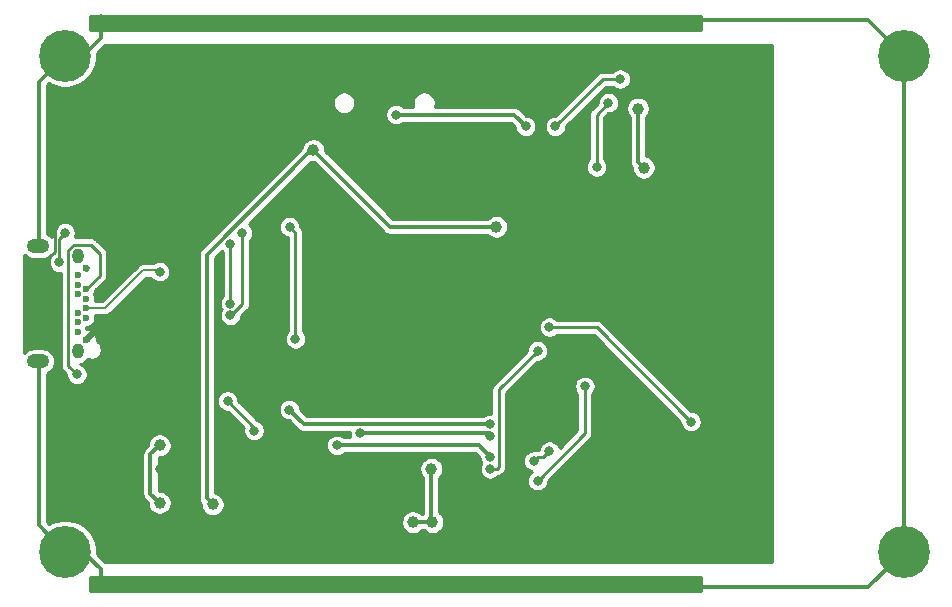
<source format=gbr>
%TF.GenerationSoftware,KiCad,Pcbnew,5.1.10*%
%TF.CreationDate,2021-05-15T14:29:10-06:00*%
%TF.ProjectId,mountaineer,6d6f756e-7461-4696-9e65-65722e6b6963,2*%
%TF.SameCoordinates,Original*%
%TF.FileFunction,Copper,L2,Bot*%
%TF.FilePolarity,Positive*%
%FSLAX46Y46*%
G04 Gerber Fmt 4.6, Leading zero omitted, Abs format (unit mm)*
G04 Created by KiCad (PCBNEW 5.1.10) date 2021-05-15 14:29:10*
%MOMM*%
%LPD*%
G01*
G04 APERTURE LIST*
%TA.AperFunction,ComponentPad*%
%ADD10O,0.950000X1.300000*%
%TD*%
%TA.AperFunction,ComponentPad*%
%ADD11C,0.600000*%
%TD*%
%TA.AperFunction,ComponentPad*%
%ADD12O,1.900000X1.200000*%
%TD*%
%TA.AperFunction,ComponentPad*%
%ADD13C,4.400000*%
%TD*%
%TA.AperFunction,ViaPad*%
%ADD14C,0.800000*%
%TD*%
%TA.AperFunction,ViaPad*%
%ADD15C,1.000000*%
%TD*%
%TA.AperFunction,Conductor*%
%ADD16C,0.250000*%
%TD*%
%TA.AperFunction,Conductor*%
%ADD17C,0.200000*%
%TD*%
%TA.AperFunction,Conductor*%
%ADD18C,0.350000*%
%TD*%
%TA.AperFunction,Conductor*%
%ADD19C,0.254000*%
%TD*%
%TA.AperFunction,Conductor*%
%ADD20C,0.100000*%
%TD*%
G04 APERTURE END LIST*
D10*
%TO.P,J1,S1*%
%TO.N,GND1*%
X120050000Y-111000000D03*
X120050000Y-103000000D03*
D11*
%TO.P,J1,B6*%
%TO.N,/DR+*%
X120750000Y-107400000D03*
%TO.P,J1,B7*%
%TO.N,/DR-*%
X120750000Y-106600000D03*
%TO.P,J1,B4*%
%TO.N,Net-(J1-PadA4)*%
X120750000Y-108200000D03*
%TO.P,J1,B9*%
X120750000Y-105800000D03*
%TO.P,J1,B5*%
%TO.N,Net-(J1-PadB5)*%
X120050000Y-107800000D03*
%TO.P,J1,B8*%
%TO.N,N/C*%
X120050000Y-106200000D03*
%TO.P,J1,B3*%
X120050000Y-108600000D03*
%TO.P,J1,B10*%
X120050000Y-105400000D03*
%TO.P,J1,B2*%
X120050000Y-109400000D03*
%TO.P,J1,B11*%
X120050000Y-104600000D03*
%TO.P,J1,B12*%
%TO.N,GNDREF*%
X120750000Y-103950000D03*
%TO.P,J1,B1*%
X120750000Y-110050000D03*
D12*
%TO.P,J1,S1*%
%TO.N,GND1*%
X116700000Y-102100000D03*
X116700000Y-111900000D03*
%TD*%
D13*
%TO.P,H4,1*%
%TO.N,GND1*%
X190000000Y-86000000D03*
%TD*%
%TO.P,H3,1*%
%TO.N,GND1*%
X190000000Y-128000000D03*
%TD*%
%TO.P,H2,1*%
%TO.N,GND1*%
X119000000Y-86000000D03*
%TD*%
%TO.P,H1,1*%
%TO.N,GND1*%
X119000000Y-128000000D03*
%TD*%
D14*
%TO.N,GNDREF*%
X126700000Y-107500000D03*
X133000000Y-121000000D03*
X127000000Y-121000000D03*
X135500000Y-120000000D03*
X136500000Y-108000000D03*
X140000000Y-108000000D03*
X154000000Y-122000000D03*
X142000000Y-121000000D03*
X122000000Y-123000000D03*
X150000000Y-96000000D03*
X171000000Y-119000000D03*
X157000000Y-88000000D03*
X159014833Y-99051916D03*
X176000000Y-107000000D03*
X118000000Y-107000000D03*
X116000000Y-107000000D03*
X123000000Y-116000000D03*
X138000000Y-120000000D03*
%TO.N,/DR+*%
X127000000Y-104300000D03*
D15*
%TO.N,+3V3*%
X127000000Y-119000000D03*
X127000000Y-123880001D03*
D14*
%TO.N,GND1*%
X122000000Y-131000000D03*
D15*
X122000000Y-83000000D03*
D14*
X172000000Y-131000000D03*
X172000000Y-83000000D03*
D15*
%TO.N,/3V3A*%
X150000000Y-121000000D03*
X150099990Y-125500000D03*
X148449990Y-125500000D03*
D14*
%TO.N,/RESET#*%
X138000000Y-100500000D03*
X138500000Y-110000000D03*
D15*
%TO.N,+5V*%
X131500000Y-124000000D03*
X140000000Y-94000000D03*
X155500000Y-100500000D03*
X168000000Y-95500000D03*
X167500000Y-90500000D03*
D14*
%TO.N,/MICIN*%
X159000000Y-122000000D03*
X163000000Y-114000000D03*
%TO.N,/LOL*%
X158674847Y-120325153D03*
X160000000Y-119500000D03*
%TO.N,Net-(J1-PadA4)*%
X120000000Y-113000000D03*
%TO.N,Net-(J1-PadB5)*%
X118500000Y-103500000D03*
X119000000Y-101000000D03*
%TO.N,/DTR*%
X166000000Y-88000000D03*
X160500000Y-92000000D03*
%TO.N,/VCCIO*%
X147000000Y-91000000D03*
X158000000Y-92000000D03*
%TO.N,/MIC_BIAS*%
X160000000Y-109000000D03*
X172000000Y-117000000D03*
%TO.N,/XTAL2*%
X133000000Y-102000000D03*
X133000000Y-107000000D03*
%TO.N,/VBIAS*%
X155000000Y-121000000D03*
X159000000Y-111000000D03*
%TO.N,/RXLED*%
X164000000Y-95450000D03*
X165000000Y-90000000D03*
%TO.N,/XTAL1*%
X134000000Y-101000000D03*
X132997842Y-108003237D03*
%TO.N,/AVDD1*%
X142000000Y-119000000D03*
X155000000Y-120000000D03*
%TO.N,/AVDD2*%
X144000000Y-118000000D03*
X155000000Y-118225003D03*
%TO.N,/DVDD*%
X137973430Y-115973430D03*
X155000000Y-117225000D03*
%TO.N,/OC#*%
X132750000Y-115250000D03*
X135000000Y-117750000D03*
%TD*%
D16*
%TO.N,GNDREF*%
X118099990Y-102600010D02*
X118099990Y-100399990D01*
X117400000Y-103300000D02*
X118099990Y-102600010D01*
D17*
%TO.N,/DR+*%
X120750000Y-107400000D02*
X122400000Y-107400000D01*
X122400000Y-107400000D02*
X125600000Y-104200000D01*
X126900000Y-104200000D02*
X127000000Y-104300000D01*
X125600000Y-104200000D02*
X126900000Y-104200000D01*
D18*
%TO.N,+3V3*%
X126224999Y-123105000D02*
X127000000Y-123880001D01*
X126224999Y-119775001D02*
X126224999Y-123105000D01*
X127000000Y-119000000D02*
X126224999Y-119775001D01*
%TO.N,GND1*%
X122000000Y-129469654D02*
X122000000Y-131000000D01*
X119000000Y-128000000D02*
X120530346Y-128000000D01*
X120530346Y-128000000D02*
X122000000Y-129469654D01*
X117700000Y-126700000D02*
X119000000Y-128000000D01*
X122000000Y-84530346D02*
X122000000Y-83000000D01*
X120530346Y-86000000D02*
X122000000Y-84530346D01*
X119000000Y-86000000D02*
X120530346Y-86000000D01*
X187000000Y-131000000D02*
X172000000Y-131000000D01*
X190000000Y-128000000D02*
X187000000Y-131000000D01*
X187000000Y-83000000D02*
X172000000Y-83000000D01*
X190000000Y-86000000D02*
X187000000Y-83000000D01*
X190000000Y-128000000D02*
X190000000Y-86000000D01*
X116750000Y-125750000D02*
X119000000Y-128000000D01*
X116750000Y-88250000D02*
X119000000Y-86000000D01*
X116750000Y-111950000D02*
X116700000Y-111900000D01*
X116750000Y-125750000D02*
X116750000Y-111950000D01*
X116750000Y-102050000D02*
X116700000Y-102100000D01*
X116750000Y-88250000D02*
X116750000Y-102050000D01*
%TO.N,/3V3A*%
X150000000Y-125400010D02*
X150099990Y-125500000D01*
X150000000Y-121000000D02*
X150000000Y-125400010D01*
X150099990Y-125500000D02*
X148449990Y-125500000D01*
D16*
%TO.N,/RESET#*%
X138500000Y-101000000D02*
X138500000Y-110000000D01*
X138000000Y-100500000D02*
X138500000Y-101000000D01*
D18*
%TO.N,+5V*%
X131500000Y-124000000D02*
X131000000Y-123500000D01*
X131000000Y-102852998D02*
X139852998Y-94000000D01*
X131000000Y-123500000D02*
X131000000Y-102852998D01*
X139852998Y-94000000D02*
X140000000Y-94000000D01*
X140000000Y-94000000D02*
X146500000Y-100500000D01*
X146500000Y-100500000D02*
X155500000Y-100500000D01*
X167500000Y-95000000D02*
X167500000Y-90500000D01*
X168000000Y-95500000D02*
X167500000Y-95000000D01*
D16*
%TO.N,/MICIN*%
X163000000Y-118000000D02*
X163000000Y-114000000D01*
X159000000Y-122000000D02*
X163000000Y-118000000D01*
%TO.N,/LOL*%
X159000000Y-120000000D02*
X158674847Y-120325153D01*
X159500000Y-120000000D02*
X160000000Y-119500000D01*
X159000000Y-120000000D02*
X159500000Y-120000000D01*
%TO.N,Net-(J1-PadA4)*%
X119249990Y-112249990D02*
X120000000Y-113000000D01*
X119249990Y-102493626D02*
X119249990Y-112249990D01*
X119718626Y-102024990D02*
X119249990Y-102493626D01*
X121173992Y-102024990D02*
X119718626Y-102024990D01*
X121925001Y-102775999D02*
X121173992Y-102024990D01*
X121925001Y-104624999D02*
X121925001Y-102775999D01*
X120750000Y-105800000D02*
X121925001Y-104624999D01*
%TO.N,Net-(J1-PadB5)*%
X118500000Y-101500000D02*
X119000000Y-101000000D01*
X118500000Y-103500000D02*
X118500000Y-101500000D01*
%TO.N,/DTR*%
X164500000Y-88000000D02*
X166000000Y-88000000D01*
X160500000Y-92000000D02*
X164500000Y-88000000D01*
D18*
%TO.N,/VCCIO*%
X157000000Y-91000000D02*
X158000000Y-92000000D01*
X147000000Y-91000000D02*
X157000000Y-91000000D01*
D16*
%TO.N,/MIC_BIAS*%
X164000000Y-109000000D02*
X172000000Y-117000000D01*
X160000000Y-109000000D02*
X164000000Y-109000000D01*
%TO.N,/XTAL2*%
X133000000Y-102000000D02*
X133000000Y-107000000D01*
%TO.N,/VBIAS*%
X155725001Y-114274999D02*
X159000000Y-111000000D01*
X155725001Y-120840684D02*
X155725001Y-114274999D01*
X155565685Y-121000000D02*
X155725001Y-120840684D01*
X155000000Y-121000000D02*
X155565685Y-121000000D01*
%TO.N,/RXLED*%
X164000000Y-91000000D02*
X165000000Y-90000000D01*
X164000000Y-95450000D02*
X164000000Y-91000000D01*
%TO.N,/XTAL1*%
X133069765Y-108003237D02*
X132997842Y-108003237D01*
X134000000Y-107073002D02*
X133069765Y-108003237D01*
X134000000Y-101000000D02*
X134000000Y-107073002D01*
D18*
%TO.N,/AVDD1*%
X154000000Y-119000000D02*
X155000000Y-120000000D01*
X142000000Y-119000000D02*
X154000000Y-119000000D01*
%TO.N,/AVDD2*%
X154774997Y-118000000D02*
X155000000Y-118225003D01*
X144000000Y-118000000D02*
X154774997Y-118000000D01*
%TO.N,/DVDD*%
X139225000Y-117225000D02*
X155000000Y-117225000D01*
X137973430Y-115973430D02*
X139225000Y-117225000D01*
D16*
%TO.N,/OC#*%
X135000000Y-117500000D02*
X135000000Y-117750000D01*
X132750000Y-115250000D02*
X135000000Y-117500000D01*
%TD*%
D19*
%TO.N,GND1*%
X172873000Y-131340000D02*
X121127000Y-131340000D01*
X121127000Y-130127000D01*
X172873000Y-130127000D01*
X172873000Y-131340000D01*
%TA.AperFunction,Conductor*%
D20*
G36*
X172873000Y-131340000D02*
G01*
X121127000Y-131340000D01*
X121127000Y-130127000D01*
X172873000Y-130127000D01*
X172873000Y-131340000D01*
G37*
%TD.AperFunction*%
%TD*%
D19*
%TO.N,GND1*%
X172873000Y-83873000D02*
X121127000Y-83873000D01*
X121127000Y-82660000D01*
X172873000Y-82660000D01*
X172873000Y-83873000D01*
%TA.AperFunction,Conductor*%
D20*
G36*
X172873000Y-83873000D02*
G01*
X121127000Y-83873000D01*
X121127000Y-82660000D01*
X172873000Y-82660000D01*
X172873000Y-83873000D01*
G37*
%TD.AperFunction*%
%TD*%
D19*
%TO.N,GNDREF*%
X178873000Y-128873000D02*
X122369254Y-128873000D01*
X121708000Y-128211747D01*
X121708000Y-127733285D01*
X121603933Y-127210105D01*
X121399799Y-126717281D01*
X121103441Y-126273751D01*
X120726249Y-125896559D01*
X120282719Y-125600201D01*
X119801131Y-125400721D01*
X147441990Y-125400721D01*
X147441990Y-125599279D01*
X147480727Y-125794023D01*
X147556712Y-125977467D01*
X147667025Y-126142562D01*
X147807428Y-126282965D01*
X147972523Y-126393278D01*
X148155967Y-126469263D01*
X148350711Y-126508000D01*
X148549269Y-126508000D01*
X148744013Y-126469263D01*
X148927457Y-126393278D01*
X149092552Y-126282965D01*
X149192517Y-126183000D01*
X149357463Y-126183000D01*
X149457428Y-126282965D01*
X149622523Y-126393278D01*
X149805967Y-126469263D01*
X150000711Y-126508000D01*
X150199269Y-126508000D01*
X150394013Y-126469263D01*
X150577457Y-126393278D01*
X150742552Y-126282965D01*
X150882955Y-126142562D01*
X150993268Y-125977467D01*
X151069253Y-125794023D01*
X151107990Y-125599279D01*
X151107990Y-125400721D01*
X151069253Y-125205977D01*
X150993268Y-125022533D01*
X150882955Y-124857438D01*
X150742552Y-124717035D01*
X150683000Y-124677244D01*
X150683000Y-121742527D01*
X150782965Y-121642562D01*
X150893278Y-121477467D01*
X150969263Y-121294023D01*
X151008000Y-121099279D01*
X151008000Y-120900721D01*
X150969263Y-120705977D01*
X150893278Y-120522533D01*
X150782965Y-120357438D01*
X150642562Y-120217035D01*
X150477467Y-120106722D01*
X150294023Y-120030737D01*
X150099279Y-119992000D01*
X149900721Y-119992000D01*
X149705977Y-120030737D01*
X149522533Y-120106722D01*
X149357438Y-120217035D01*
X149217035Y-120357438D01*
X149106722Y-120522533D01*
X149030737Y-120705977D01*
X148992000Y-120900721D01*
X148992000Y-121099279D01*
X149030737Y-121294023D01*
X149106722Y-121477467D01*
X149217035Y-121642562D01*
X149317000Y-121742527D01*
X149317001Y-124817000D01*
X149192517Y-124817000D01*
X149092552Y-124717035D01*
X148927457Y-124606722D01*
X148744013Y-124530737D01*
X148549269Y-124492000D01*
X148350711Y-124492000D01*
X148155967Y-124530737D01*
X147972523Y-124606722D01*
X147807428Y-124717035D01*
X147667025Y-124857438D01*
X147556712Y-125022533D01*
X147480727Y-125205977D01*
X147441990Y-125400721D01*
X119801131Y-125400721D01*
X119789895Y-125396067D01*
X119266715Y-125292000D01*
X118733285Y-125292000D01*
X118210105Y-125396067D01*
X117717281Y-125600201D01*
X117626659Y-125660752D01*
X117433000Y-125467093D01*
X117433000Y-119775001D01*
X125538696Y-119775001D01*
X125541999Y-119808537D01*
X125542000Y-123071454D01*
X125538696Y-123105000D01*
X125551883Y-123238891D01*
X125590938Y-123367637D01*
X125654359Y-123486290D01*
X125699067Y-123540766D01*
X125739710Y-123590290D01*
X125765764Y-123611672D01*
X125992000Y-123837908D01*
X125992000Y-123979280D01*
X126030737Y-124174024D01*
X126106722Y-124357468D01*
X126217035Y-124522563D01*
X126357438Y-124662966D01*
X126522533Y-124773279D01*
X126705977Y-124849264D01*
X126900721Y-124888001D01*
X127099279Y-124888001D01*
X127294023Y-124849264D01*
X127477467Y-124773279D01*
X127642562Y-124662966D01*
X127782965Y-124522563D01*
X127893278Y-124357468D01*
X127969263Y-124174024D01*
X128008000Y-123979280D01*
X128008000Y-123780722D01*
X127969263Y-123585978D01*
X127893278Y-123402534D01*
X127782965Y-123237439D01*
X127642562Y-123097036D01*
X127477467Y-122986723D01*
X127294023Y-122910738D01*
X127099279Y-122872001D01*
X126957907Y-122872001D01*
X126907999Y-122822093D01*
X126907999Y-120057908D01*
X126957907Y-120008000D01*
X127099279Y-120008000D01*
X127294023Y-119969263D01*
X127477467Y-119893278D01*
X127642562Y-119782965D01*
X127782965Y-119642562D01*
X127893278Y-119477467D01*
X127969263Y-119294023D01*
X128008000Y-119099279D01*
X128008000Y-118900721D01*
X127969263Y-118705977D01*
X127893278Y-118522533D01*
X127782965Y-118357438D01*
X127642562Y-118217035D01*
X127477467Y-118106722D01*
X127294023Y-118030737D01*
X127099279Y-117992000D01*
X126900721Y-117992000D01*
X126705977Y-118030737D01*
X126522533Y-118106722D01*
X126357438Y-118217035D01*
X126217035Y-118357438D01*
X126106722Y-118522533D01*
X126030737Y-118705977D01*
X125992000Y-118900721D01*
X125992000Y-119042093D01*
X125765764Y-119268328D01*
X125739709Y-119289712D01*
X125654358Y-119393712D01*
X125590937Y-119512365D01*
X125551882Y-119641111D01*
X125541999Y-119741456D01*
X125541999Y-119741465D01*
X125538696Y-119775001D01*
X117433000Y-119775001D01*
X117433000Y-112941675D01*
X117476065Y-112928611D01*
X117668550Y-112825726D01*
X117837265Y-112687265D01*
X117975726Y-112518550D01*
X118078611Y-112326065D01*
X118141968Y-112117206D01*
X118163361Y-111900000D01*
X118141968Y-111682794D01*
X118078611Y-111473935D01*
X117975726Y-111281450D01*
X117837265Y-111112735D01*
X117668550Y-110974274D01*
X117476065Y-110871389D01*
X117267206Y-110808032D01*
X117104431Y-110792000D01*
X116295569Y-110792000D01*
X116132794Y-110808032D01*
X115923935Y-110871389D01*
X115731450Y-110974274D01*
X115562735Y-111112735D01*
X115533000Y-111148967D01*
X115533000Y-102851033D01*
X115562735Y-102887265D01*
X115731450Y-103025726D01*
X115923935Y-103128611D01*
X116132794Y-103191968D01*
X116295569Y-103208000D01*
X117104431Y-103208000D01*
X117267206Y-103191968D01*
X117476065Y-103128611D01*
X117668550Y-103025726D01*
X117793225Y-102923407D01*
X117695341Y-103069901D01*
X117626894Y-103235146D01*
X117592000Y-103410570D01*
X117592000Y-103589430D01*
X117626894Y-103764854D01*
X117695341Y-103930099D01*
X117794711Y-104078816D01*
X117921184Y-104205289D01*
X118069901Y-104304659D01*
X118235146Y-104373106D01*
X118410570Y-104408000D01*
X118589430Y-104408000D01*
X118616990Y-104402518D01*
X118616991Y-112218892D01*
X118613928Y-112249990D01*
X118626150Y-112374079D01*
X118662346Y-112493400D01*
X118721124Y-112603366D01*
X118748155Y-112636303D01*
X118800227Y-112699754D01*
X118824373Y-112719570D01*
X119092000Y-112987197D01*
X119092000Y-113089430D01*
X119126894Y-113264854D01*
X119195341Y-113430099D01*
X119294711Y-113578816D01*
X119421184Y-113705289D01*
X119569901Y-113804659D01*
X119735146Y-113873106D01*
X119910570Y-113908000D01*
X120089430Y-113908000D01*
X120264854Y-113873106D01*
X120430099Y-113804659D01*
X120578816Y-113705289D01*
X120705289Y-113578816D01*
X120804659Y-113430099D01*
X120873106Y-113264854D01*
X120908000Y-113089430D01*
X120908000Y-112910570D01*
X120873106Y-112735146D01*
X120804659Y-112569901D01*
X120705289Y-112421184D01*
X120578816Y-112294711D01*
X120430099Y-112195341D01*
X120279017Y-112132761D01*
X120427997Y-112087568D01*
X120598768Y-111996289D01*
X120748449Y-111873449D01*
X120871289Y-111723768D01*
X120894021Y-111681240D01*
X120999731Y-111725027D01*
X121165494Y-111758000D01*
X121334506Y-111758000D01*
X121500269Y-111725027D01*
X121656415Y-111660349D01*
X121796943Y-111566452D01*
X121916452Y-111446943D01*
X122010349Y-111306415D01*
X122075027Y-111150269D01*
X122108000Y-110984506D01*
X122108000Y-110815494D01*
X122075027Y-110649731D01*
X122010349Y-110493585D01*
X121916452Y-110353057D01*
X121796943Y-110233548D01*
X121682205Y-110156883D01*
X121684828Y-110143824D01*
X121685171Y-109959645D01*
X121649574Y-109778939D01*
X121579408Y-109608649D01*
X121577763Y-109605575D01*
X121384541Y-109595064D01*
X120929605Y-110050000D01*
X120943748Y-110064143D01*
X120885672Y-110122218D01*
X120843585Y-110139651D01*
X120789085Y-110176066D01*
X120748449Y-110126551D01*
X120598768Y-110003711D01*
X120592386Y-110000299D01*
X120677615Y-109915070D01*
X120678773Y-109913337D01*
X120735858Y-109856253D01*
X120750000Y-109870395D01*
X121204936Y-109415459D01*
X121194425Y-109222237D01*
X121024397Y-109151438D01*
X120843824Y-109115172D01*
X120806565Y-109115103D01*
X120766041Y-109017268D01*
X120759848Y-109008000D01*
X120829581Y-109008000D01*
X120985685Y-108976949D01*
X121132732Y-108916041D01*
X121265070Y-108827615D01*
X121377615Y-108715070D01*
X121466041Y-108582732D01*
X121526949Y-108435685D01*
X121558000Y-108279581D01*
X121558000Y-108120419D01*
X121535638Y-108008000D01*
X122370140Y-108008000D01*
X122400000Y-108010941D01*
X122429860Y-108008000D01*
X122429861Y-108008000D01*
X122519189Y-107999202D01*
X122633797Y-107964436D01*
X122739421Y-107907979D01*
X122832001Y-107832001D01*
X122851043Y-107808798D01*
X125851842Y-104808000D01*
X126247393Y-104808000D01*
X126294711Y-104878816D01*
X126421184Y-105005289D01*
X126569901Y-105104659D01*
X126735146Y-105173106D01*
X126910570Y-105208000D01*
X127089430Y-105208000D01*
X127264854Y-105173106D01*
X127430099Y-105104659D01*
X127578816Y-105005289D01*
X127705289Y-104878816D01*
X127804659Y-104730099D01*
X127873106Y-104564854D01*
X127908000Y-104389430D01*
X127908000Y-104210570D01*
X127873106Y-104035146D01*
X127804659Y-103869901D01*
X127705289Y-103721184D01*
X127578816Y-103594711D01*
X127430099Y-103495341D01*
X127264854Y-103426894D01*
X127089430Y-103392000D01*
X126910570Y-103392000D01*
X126735146Y-103426894D01*
X126569901Y-103495341D01*
X126425241Y-103592000D01*
X125629860Y-103592000D01*
X125599999Y-103589059D01*
X125480811Y-103600798D01*
X125366203Y-103635564D01*
X125260579Y-103692021D01*
X125167999Y-103767999D01*
X125148961Y-103791197D01*
X122148159Y-106792000D01*
X121535638Y-106792000D01*
X121558000Y-106679581D01*
X121558000Y-106520419D01*
X121526949Y-106364315D01*
X121466041Y-106217268D01*
X121454503Y-106200000D01*
X121466041Y-106182732D01*
X121526949Y-106035685D01*
X121556109Y-105889088D01*
X122350615Y-105094582D01*
X122374765Y-105074763D01*
X122453867Y-104978376D01*
X122496187Y-104899202D01*
X122512645Y-104868411D01*
X122518666Y-104848562D01*
X122548841Y-104749089D01*
X122558001Y-104656087D01*
X122558001Y-104656086D01*
X122561063Y-104625000D01*
X122558001Y-104593914D01*
X122558001Y-102852998D01*
X130313697Y-102852998D01*
X130317001Y-102886544D01*
X130317000Y-123466464D01*
X130313697Y-123500000D01*
X130317000Y-123533536D01*
X130317000Y-123533545D01*
X130326883Y-123633890D01*
X130365938Y-123762636D01*
X130429359Y-123881289D01*
X130492000Y-123957617D01*
X130492000Y-124099279D01*
X130530737Y-124294023D01*
X130606722Y-124477467D01*
X130717035Y-124642562D01*
X130857438Y-124782965D01*
X131022533Y-124893278D01*
X131205977Y-124969263D01*
X131400721Y-125008000D01*
X131599279Y-125008000D01*
X131794023Y-124969263D01*
X131977467Y-124893278D01*
X132142562Y-124782965D01*
X132282965Y-124642562D01*
X132393278Y-124477467D01*
X132469263Y-124294023D01*
X132508000Y-124099279D01*
X132508000Y-123900721D01*
X132469263Y-123705977D01*
X132393278Y-123522533D01*
X132282965Y-123357438D01*
X132142562Y-123217035D01*
X131977467Y-123106722D01*
X131794023Y-123030737D01*
X131683000Y-123008653D01*
X131683000Y-115160570D01*
X131842000Y-115160570D01*
X131842000Y-115339430D01*
X131876894Y-115514854D01*
X131945341Y-115680099D01*
X132044711Y-115828816D01*
X132171184Y-115955289D01*
X132319901Y-116054659D01*
X132485146Y-116123106D01*
X132660570Y-116158000D01*
X132762803Y-116158000D01*
X134120764Y-117515961D01*
X134092000Y-117660570D01*
X134092000Y-117839430D01*
X134126894Y-118014854D01*
X134195341Y-118180099D01*
X134294711Y-118328816D01*
X134421184Y-118455289D01*
X134569901Y-118554659D01*
X134735146Y-118623106D01*
X134910570Y-118658000D01*
X135089430Y-118658000D01*
X135264854Y-118623106D01*
X135430099Y-118554659D01*
X135578816Y-118455289D01*
X135705289Y-118328816D01*
X135804659Y-118180099D01*
X135873106Y-118014854D01*
X135908000Y-117839430D01*
X135908000Y-117660570D01*
X135873106Y-117485146D01*
X135804659Y-117319901D01*
X135705289Y-117171184D01*
X135578816Y-117044711D01*
X135430099Y-116945341D01*
X135277208Y-116882011D01*
X134279197Y-115884000D01*
X137065430Y-115884000D01*
X137065430Y-116062860D01*
X137100324Y-116238284D01*
X137168771Y-116403529D01*
X137268141Y-116552246D01*
X137394614Y-116678719D01*
X137543331Y-116778089D01*
X137708576Y-116846536D01*
X137884000Y-116881430D01*
X137915523Y-116881430D01*
X138718327Y-117684235D01*
X138739710Y-117710290D01*
X138843710Y-117795641D01*
X138962363Y-117859062D01*
X139091109Y-117898117D01*
X139191454Y-117908000D01*
X139191463Y-117908000D01*
X139224999Y-117911303D01*
X139258535Y-117908000D01*
X143092511Y-117908000D01*
X143092000Y-117910570D01*
X143092000Y-118089430D01*
X143126894Y-118264854D01*
X143148494Y-118317000D01*
X142601105Y-118317000D01*
X142578816Y-118294711D01*
X142430099Y-118195341D01*
X142264854Y-118126894D01*
X142089430Y-118092000D01*
X141910570Y-118092000D01*
X141735146Y-118126894D01*
X141569901Y-118195341D01*
X141421184Y-118294711D01*
X141294711Y-118421184D01*
X141195341Y-118569901D01*
X141126894Y-118735146D01*
X141092000Y-118910570D01*
X141092000Y-119089430D01*
X141126894Y-119264854D01*
X141195341Y-119430099D01*
X141294711Y-119578816D01*
X141421184Y-119705289D01*
X141569901Y-119804659D01*
X141735146Y-119873106D01*
X141910570Y-119908000D01*
X142089430Y-119908000D01*
X142264854Y-119873106D01*
X142430099Y-119804659D01*
X142578816Y-119705289D01*
X142601105Y-119683000D01*
X153717093Y-119683000D01*
X154092000Y-120057908D01*
X154092000Y-120089430D01*
X154126894Y-120264854D01*
X154195341Y-120430099D01*
X154242048Y-120500000D01*
X154195341Y-120569901D01*
X154126894Y-120735146D01*
X154092000Y-120910570D01*
X154092000Y-121089430D01*
X154126894Y-121264854D01*
X154195341Y-121430099D01*
X154294711Y-121578816D01*
X154421184Y-121705289D01*
X154569901Y-121804659D01*
X154735146Y-121873106D01*
X154910570Y-121908000D01*
X155089430Y-121908000D01*
X155264854Y-121873106D01*
X155430099Y-121804659D01*
X155578816Y-121705289D01*
X155657041Y-121627064D01*
X155689775Y-121623840D01*
X155809095Y-121587645D01*
X155919062Y-121528866D01*
X156015449Y-121449764D01*
X156035270Y-121425612D01*
X156150611Y-121310271D01*
X156174765Y-121290448D01*
X156253867Y-121194061D01*
X156312646Y-121084094D01*
X156348841Y-120964774D01*
X156358001Y-120871772D01*
X156358001Y-120871771D01*
X156361063Y-120840684D01*
X156358001Y-120809596D01*
X156358001Y-120235723D01*
X157766847Y-120235723D01*
X157766847Y-120414583D01*
X157801741Y-120590007D01*
X157870188Y-120755252D01*
X157969558Y-120903969D01*
X158096031Y-121030442D01*
X158244748Y-121129812D01*
X158409993Y-121198259D01*
X158529853Y-121222101D01*
X158421184Y-121294711D01*
X158294711Y-121421184D01*
X158195341Y-121569901D01*
X158126894Y-121735146D01*
X158092000Y-121910570D01*
X158092000Y-122089430D01*
X158126894Y-122264854D01*
X158195341Y-122430099D01*
X158294711Y-122578816D01*
X158421184Y-122705289D01*
X158569901Y-122804659D01*
X158735146Y-122873106D01*
X158910570Y-122908000D01*
X159089430Y-122908000D01*
X159264854Y-122873106D01*
X159430099Y-122804659D01*
X159578816Y-122705289D01*
X159705289Y-122578816D01*
X159804659Y-122430099D01*
X159873106Y-122264854D01*
X159908000Y-122089430D01*
X159908000Y-121987197D01*
X163425614Y-118469583D01*
X163449764Y-118449764D01*
X163528866Y-118353377D01*
X163587645Y-118243410D01*
X163623840Y-118124090D01*
X163633000Y-118031088D01*
X163633000Y-118031087D01*
X163636062Y-118000001D01*
X163633000Y-117968915D01*
X163633000Y-114651105D01*
X163705289Y-114578816D01*
X163804659Y-114430099D01*
X163873106Y-114264854D01*
X163908000Y-114089430D01*
X163908000Y-113910570D01*
X163873106Y-113735146D01*
X163804659Y-113569901D01*
X163705289Y-113421184D01*
X163578816Y-113294711D01*
X163430099Y-113195341D01*
X163264854Y-113126894D01*
X163089430Y-113092000D01*
X162910570Y-113092000D01*
X162735146Y-113126894D01*
X162569901Y-113195341D01*
X162421184Y-113294711D01*
X162294711Y-113421184D01*
X162195341Y-113569901D01*
X162126894Y-113735146D01*
X162092000Y-113910570D01*
X162092000Y-114089430D01*
X162126894Y-114264854D01*
X162195341Y-114430099D01*
X162294711Y-114578816D01*
X162367001Y-114651106D01*
X162367000Y-117737803D01*
X160872096Y-119232707D01*
X160804659Y-119069901D01*
X160705289Y-118921184D01*
X160578816Y-118794711D01*
X160430099Y-118695341D01*
X160264854Y-118626894D01*
X160089430Y-118592000D01*
X159910570Y-118592000D01*
X159735146Y-118626894D01*
X159569901Y-118695341D01*
X159421184Y-118794711D01*
X159294711Y-118921184D01*
X159195341Y-119069901D01*
X159126894Y-119235146D01*
X159100667Y-119367000D01*
X159031088Y-119367000D01*
X159000000Y-119363938D01*
X158968912Y-119367000D01*
X158875910Y-119376160D01*
X158756590Y-119412355D01*
X158747614Y-119417153D01*
X158585417Y-119417153D01*
X158409993Y-119452047D01*
X158244748Y-119520494D01*
X158096031Y-119619864D01*
X157969558Y-119746337D01*
X157870188Y-119895054D01*
X157801741Y-120060299D01*
X157766847Y-120235723D01*
X156358001Y-120235723D01*
X156358001Y-114537196D01*
X158987198Y-111908000D01*
X159089430Y-111908000D01*
X159264854Y-111873106D01*
X159430099Y-111804659D01*
X159578816Y-111705289D01*
X159705289Y-111578816D01*
X159804659Y-111430099D01*
X159873106Y-111264854D01*
X159908000Y-111089430D01*
X159908000Y-110910570D01*
X159873106Y-110735146D01*
X159804659Y-110569901D01*
X159705289Y-110421184D01*
X159578816Y-110294711D01*
X159430099Y-110195341D01*
X159264854Y-110126894D01*
X159089430Y-110092000D01*
X158910570Y-110092000D01*
X158735146Y-110126894D01*
X158569901Y-110195341D01*
X158421184Y-110294711D01*
X158294711Y-110421184D01*
X158195341Y-110569901D01*
X158126894Y-110735146D01*
X158092000Y-110910570D01*
X158092000Y-111012802D01*
X155299383Y-113805420D01*
X155275238Y-113825235D01*
X155255422Y-113849381D01*
X155255420Y-113849383D01*
X155196135Y-113921623D01*
X155137357Y-114031589D01*
X155101161Y-114150910D01*
X155088939Y-114274999D01*
X155092002Y-114306097D01*
X155092002Y-116317512D01*
X155089430Y-116317000D01*
X154910570Y-116317000D01*
X154735146Y-116351894D01*
X154569901Y-116420341D01*
X154421184Y-116519711D01*
X154398895Y-116542000D01*
X139507908Y-116542000D01*
X138881430Y-115915523D01*
X138881430Y-115884000D01*
X138846536Y-115708576D01*
X138778089Y-115543331D01*
X138678719Y-115394614D01*
X138552246Y-115268141D01*
X138403529Y-115168771D01*
X138238284Y-115100324D01*
X138062860Y-115065430D01*
X137884000Y-115065430D01*
X137708576Y-115100324D01*
X137543331Y-115168771D01*
X137394614Y-115268141D01*
X137268141Y-115394614D01*
X137168771Y-115543331D01*
X137100324Y-115708576D01*
X137065430Y-115884000D01*
X134279197Y-115884000D01*
X133658000Y-115262803D01*
X133658000Y-115160570D01*
X133623106Y-114985146D01*
X133554659Y-114819901D01*
X133455289Y-114671184D01*
X133328816Y-114544711D01*
X133180099Y-114445341D01*
X133014854Y-114376894D01*
X132839430Y-114342000D01*
X132660570Y-114342000D01*
X132485146Y-114376894D01*
X132319901Y-114445341D01*
X132171184Y-114544711D01*
X132044711Y-114671184D01*
X131945341Y-114819901D01*
X131876894Y-114985146D01*
X131842000Y-115160570D01*
X131683000Y-115160570D01*
X131683000Y-103135905D01*
X132272832Y-102546073D01*
X132294711Y-102578816D01*
X132367000Y-102651105D01*
X132367001Y-106348894D01*
X132294711Y-106421184D01*
X132195341Y-106569901D01*
X132126894Y-106735146D01*
X132092000Y-106910570D01*
X132092000Y-107089430D01*
X132126894Y-107264854D01*
X132195341Y-107430099D01*
X132242050Y-107500004D01*
X132193183Y-107573138D01*
X132124736Y-107738383D01*
X132089842Y-107913807D01*
X132089842Y-108092667D01*
X132124736Y-108268091D01*
X132193183Y-108433336D01*
X132292553Y-108582053D01*
X132419026Y-108708526D01*
X132567743Y-108807896D01*
X132732988Y-108876343D01*
X132908412Y-108911237D01*
X133087272Y-108911237D01*
X133262696Y-108876343D01*
X133427941Y-108807896D01*
X133576658Y-108708526D01*
X133703131Y-108582053D01*
X133802501Y-108433336D01*
X133870948Y-108268091D01*
X133905842Y-108092667D01*
X133905842Y-108062357D01*
X134425618Y-107542582D01*
X134449764Y-107522766D01*
X134489481Y-107474371D01*
X134528866Y-107426379D01*
X134547242Y-107392000D01*
X134587645Y-107316412D01*
X134623840Y-107197092D01*
X134633000Y-107104090D01*
X134636062Y-107073002D01*
X134633000Y-107041914D01*
X134633000Y-101651105D01*
X134705289Y-101578816D01*
X134804659Y-101430099D01*
X134873106Y-101264854D01*
X134908000Y-101089430D01*
X134908000Y-100910570D01*
X134873106Y-100735146D01*
X134804659Y-100569901D01*
X134705289Y-100421184D01*
X134694675Y-100410570D01*
X137092000Y-100410570D01*
X137092000Y-100589430D01*
X137126894Y-100764854D01*
X137195341Y-100930099D01*
X137294711Y-101078816D01*
X137421184Y-101205289D01*
X137569901Y-101304659D01*
X137735146Y-101373106D01*
X137867000Y-101399333D01*
X137867001Y-109348894D01*
X137794711Y-109421184D01*
X137695341Y-109569901D01*
X137626894Y-109735146D01*
X137592000Y-109910570D01*
X137592000Y-110089430D01*
X137626894Y-110264854D01*
X137695341Y-110430099D01*
X137794711Y-110578816D01*
X137921184Y-110705289D01*
X138069901Y-110804659D01*
X138235146Y-110873106D01*
X138410570Y-110908000D01*
X138589430Y-110908000D01*
X138764854Y-110873106D01*
X138930099Y-110804659D01*
X139078816Y-110705289D01*
X139205289Y-110578816D01*
X139304659Y-110430099D01*
X139373106Y-110264854D01*
X139408000Y-110089430D01*
X139408000Y-109910570D01*
X139373106Y-109735146D01*
X139304659Y-109569901D01*
X139205289Y-109421184D01*
X139133000Y-109348895D01*
X139133000Y-108910570D01*
X159092000Y-108910570D01*
X159092000Y-109089430D01*
X159126894Y-109264854D01*
X159195341Y-109430099D01*
X159294711Y-109578816D01*
X159421184Y-109705289D01*
X159569901Y-109804659D01*
X159735146Y-109873106D01*
X159910570Y-109908000D01*
X160089430Y-109908000D01*
X160264854Y-109873106D01*
X160430099Y-109804659D01*
X160578816Y-109705289D01*
X160651105Y-109633000D01*
X163737803Y-109633000D01*
X171092000Y-116987197D01*
X171092000Y-117089430D01*
X171126894Y-117264854D01*
X171195341Y-117430099D01*
X171294711Y-117578816D01*
X171421184Y-117705289D01*
X171569901Y-117804659D01*
X171735146Y-117873106D01*
X171910570Y-117908000D01*
X172089430Y-117908000D01*
X172264854Y-117873106D01*
X172430099Y-117804659D01*
X172578816Y-117705289D01*
X172705289Y-117578816D01*
X172804659Y-117430099D01*
X172873106Y-117264854D01*
X172908000Y-117089430D01*
X172908000Y-116910570D01*
X172873106Y-116735146D01*
X172804659Y-116569901D01*
X172705289Y-116421184D01*
X172578816Y-116294711D01*
X172430099Y-116195341D01*
X172264854Y-116126894D01*
X172089430Y-116092000D01*
X171987197Y-116092000D01*
X164469584Y-108574387D01*
X164449764Y-108550236D01*
X164353377Y-108471134D01*
X164243410Y-108412355D01*
X164124090Y-108376160D01*
X164031088Y-108367000D01*
X164000000Y-108363938D01*
X163968912Y-108367000D01*
X160651105Y-108367000D01*
X160578816Y-108294711D01*
X160430099Y-108195341D01*
X160264854Y-108126894D01*
X160089430Y-108092000D01*
X159910570Y-108092000D01*
X159735146Y-108126894D01*
X159569901Y-108195341D01*
X159421184Y-108294711D01*
X159294711Y-108421184D01*
X159195341Y-108569901D01*
X159126894Y-108735146D01*
X159092000Y-108910570D01*
X139133000Y-108910570D01*
X139133000Y-101031088D01*
X139136062Y-101000000D01*
X139123840Y-100875910D01*
X139099000Y-100794023D01*
X139087645Y-100756590D01*
X139028866Y-100646623D01*
X138949764Y-100550236D01*
X138925614Y-100530417D01*
X138908000Y-100512803D01*
X138908000Y-100410570D01*
X138873106Y-100235146D01*
X138804659Y-100069901D01*
X138705289Y-99921184D01*
X138578816Y-99794711D01*
X138430099Y-99695341D01*
X138264854Y-99626894D01*
X138089430Y-99592000D01*
X137910570Y-99592000D01*
X137735146Y-99626894D01*
X137569901Y-99695341D01*
X137421184Y-99794711D01*
X137294711Y-99921184D01*
X137195341Y-100069901D01*
X137126894Y-100235146D01*
X137092000Y-100410570D01*
X134694675Y-100410570D01*
X134578816Y-100294711D01*
X134546073Y-100272833D01*
X139825807Y-94993099D01*
X139900721Y-95008000D01*
X140042093Y-95008000D01*
X145993328Y-100959236D01*
X146014710Y-100985290D01*
X146118710Y-101070641D01*
X146237363Y-101134062D01*
X146366109Y-101173117D01*
X146466454Y-101183000D01*
X146466463Y-101183000D01*
X146499999Y-101186303D01*
X146533535Y-101183000D01*
X154757473Y-101183000D01*
X154857438Y-101282965D01*
X155022533Y-101393278D01*
X155205977Y-101469263D01*
X155400721Y-101508000D01*
X155599279Y-101508000D01*
X155794023Y-101469263D01*
X155977467Y-101393278D01*
X156142562Y-101282965D01*
X156282965Y-101142562D01*
X156393278Y-100977467D01*
X156469263Y-100794023D01*
X156508000Y-100599279D01*
X156508000Y-100400721D01*
X156469263Y-100205977D01*
X156393278Y-100022533D01*
X156282965Y-99857438D01*
X156142562Y-99717035D01*
X155977467Y-99606722D01*
X155794023Y-99530737D01*
X155599279Y-99492000D01*
X155400721Y-99492000D01*
X155205977Y-99530737D01*
X155022533Y-99606722D01*
X154857438Y-99717035D01*
X154757473Y-99817000D01*
X146782908Y-99817000D01*
X142326478Y-95360570D01*
X163092000Y-95360570D01*
X163092000Y-95539430D01*
X163126894Y-95714854D01*
X163195341Y-95880099D01*
X163294711Y-96028816D01*
X163421184Y-96155289D01*
X163569901Y-96254659D01*
X163735146Y-96323106D01*
X163910570Y-96358000D01*
X164089430Y-96358000D01*
X164264854Y-96323106D01*
X164430099Y-96254659D01*
X164578816Y-96155289D01*
X164705289Y-96028816D01*
X164804659Y-95880099D01*
X164873106Y-95714854D01*
X164908000Y-95539430D01*
X164908000Y-95360570D01*
X164873106Y-95185146D01*
X164804659Y-95019901D01*
X164705289Y-94871184D01*
X164633000Y-94798895D01*
X164633000Y-91262197D01*
X164987197Y-90908000D01*
X165089430Y-90908000D01*
X165264854Y-90873106D01*
X165430099Y-90804659D01*
X165578816Y-90705289D01*
X165705289Y-90578816D01*
X165804659Y-90430099D01*
X165816827Y-90400721D01*
X166492000Y-90400721D01*
X166492000Y-90599279D01*
X166530737Y-90794023D01*
X166606722Y-90977467D01*
X166717035Y-91142562D01*
X166817001Y-91242528D01*
X166817000Y-94966464D01*
X166813697Y-95000000D01*
X166817000Y-95033536D01*
X166817000Y-95033545D01*
X166826883Y-95133890D01*
X166865938Y-95262636D01*
X166929359Y-95381289D01*
X166992000Y-95457617D01*
X166992000Y-95599279D01*
X167030737Y-95794023D01*
X167106722Y-95977467D01*
X167217035Y-96142562D01*
X167357438Y-96282965D01*
X167522533Y-96393278D01*
X167705977Y-96469263D01*
X167900721Y-96508000D01*
X168099279Y-96508000D01*
X168294023Y-96469263D01*
X168477467Y-96393278D01*
X168642562Y-96282965D01*
X168782965Y-96142562D01*
X168893278Y-95977467D01*
X168969263Y-95794023D01*
X169008000Y-95599279D01*
X169008000Y-95400721D01*
X168969263Y-95205977D01*
X168893278Y-95022533D01*
X168782965Y-94857438D01*
X168642562Y-94717035D01*
X168477467Y-94606722D01*
X168294023Y-94530737D01*
X168183000Y-94508653D01*
X168183000Y-91242527D01*
X168282965Y-91142562D01*
X168393278Y-90977467D01*
X168469263Y-90794023D01*
X168508000Y-90599279D01*
X168508000Y-90400721D01*
X168469263Y-90205977D01*
X168393278Y-90022533D01*
X168282965Y-89857438D01*
X168142562Y-89717035D01*
X167977467Y-89606722D01*
X167794023Y-89530737D01*
X167599279Y-89492000D01*
X167400721Y-89492000D01*
X167205977Y-89530737D01*
X167022533Y-89606722D01*
X166857438Y-89717035D01*
X166717035Y-89857438D01*
X166606722Y-90022533D01*
X166530737Y-90205977D01*
X166492000Y-90400721D01*
X165816827Y-90400721D01*
X165873106Y-90264854D01*
X165908000Y-90089430D01*
X165908000Y-89910570D01*
X165873106Y-89735146D01*
X165804659Y-89569901D01*
X165705289Y-89421184D01*
X165578816Y-89294711D01*
X165430099Y-89195341D01*
X165264854Y-89126894D01*
X165089430Y-89092000D01*
X164910570Y-89092000D01*
X164735146Y-89126894D01*
X164569901Y-89195341D01*
X164421184Y-89294711D01*
X164294711Y-89421184D01*
X164195341Y-89569901D01*
X164126894Y-89735146D01*
X164092000Y-89910570D01*
X164092000Y-90012803D01*
X163574383Y-90530420D01*
X163550237Y-90550236D01*
X163530421Y-90574382D01*
X163530419Y-90574384D01*
X163471134Y-90646624D01*
X163412356Y-90756590D01*
X163376160Y-90875911D01*
X163363938Y-91000000D01*
X163367001Y-91031098D01*
X163367000Y-94798895D01*
X163294711Y-94871184D01*
X163195341Y-95019901D01*
X163126894Y-95185146D01*
X163092000Y-95360570D01*
X142326478Y-95360570D01*
X141008000Y-94042093D01*
X141008000Y-93900721D01*
X140969263Y-93705977D01*
X140893278Y-93522533D01*
X140782965Y-93357438D01*
X140642562Y-93217035D01*
X140477467Y-93106722D01*
X140294023Y-93030737D01*
X140099279Y-92992000D01*
X139900721Y-92992000D01*
X139705977Y-93030737D01*
X139522533Y-93106722D01*
X139357438Y-93217035D01*
X139217035Y-93357438D01*
X139106722Y-93522533D01*
X139030737Y-93705977D01*
X138993398Y-93893692D01*
X130540765Y-102346326D01*
X130514711Y-102367708D01*
X130493329Y-102393762D01*
X130493326Y-102393765D01*
X130429360Y-102471708D01*
X130365939Y-102590361D01*
X130326884Y-102719107D01*
X130313697Y-102852998D01*
X122558001Y-102852998D01*
X122558001Y-102807084D01*
X122561063Y-102775998D01*
X122555459Y-102719107D01*
X122548841Y-102651909D01*
X122512646Y-102532589D01*
X122453867Y-102422622D01*
X122417548Y-102378367D01*
X122394582Y-102350382D01*
X122394581Y-102350381D01*
X122374765Y-102326235D01*
X122350619Y-102306419D01*
X121643576Y-101599377D01*
X121623756Y-101575226D01*
X121527369Y-101496124D01*
X121417402Y-101437345D01*
X121298082Y-101401150D01*
X121205080Y-101391990D01*
X121173992Y-101388928D01*
X121142904Y-101391990D01*
X119820444Y-101391990D01*
X119873106Y-101264854D01*
X119908000Y-101089430D01*
X119908000Y-100910570D01*
X119873106Y-100735146D01*
X119804659Y-100569901D01*
X119705289Y-100421184D01*
X119578816Y-100294711D01*
X119430099Y-100195341D01*
X119264854Y-100126894D01*
X119089430Y-100092000D01*
X118910570Y-100092000D01*
X118735146Y-100126894D01*
X118569901Y-100195341D01*
X118421184Y-100294711D01*
X118294711Y-100421184D01*
X118195341Y-100569901D01*
X118126894Y-100735146D01*
X118092000Y-100910570D01*
X118092000Y-101012803D01*
X118074383Y-101030420D01*
X118050237Y-101050236D01*
X118030421Y-101074382D01*
X118030419Y-101074384D01*
X117971134Y-101146624D01*
X117912356Y-101256590D01*
X117879656Y-101364388D01*
X117837265Y-101312735D01*
X117668550Y-101174274D01*
X117476065Y-101071389D01*
X117433000Y-101058325D01*
X117433000Y-89905645D01*
X141642000Y-89905645D01*
X141642000Y-90094355D01*
X141678816Y-90279438D01*
X141751032Y-90453783D01*
X141855873Y-90610689D01*
X141989311Y-90744127D01*
X142146217Y-90848968D01*
X142320562Y-90921184D01*
X142505645Y-90958000D01*
X142694355Y-90958000D01*
X142879438Y-90921184D01*
X142905062Y-90910570D01*
X146092000Y-90910570D01*
X146092000Y-91089430D01*
X146126894Y-91264854D01*
X146195341Y-91430099D01*
X146294711Y-91578816D01*
X146421184Y-91705289D01*
X146569901Y-91804659D01*
X146735146Y-91873106D01*
X146910570Y-91908000D01*
X147089430Y-91908000D01*
X147264854Y-91873106D01*
X147430099Y-91804659D01*
X147578816Y-91705289D01*
X147601105Y-91683000D01*
X156717093Y-91683000D01*
X157092000Y-92057908D01*
X157092000Y-92089430D01*
X157126894Y-92264854D01*
X157195341Y-92430099D01*
X157294711Y-92578816D01*
X157421184Y-92705289D01*
X157569901Y-92804659D01*
X157735146Y-92873106D01*
X157910570Y-92908000D01*
X158089430Y-92908000D01*
X158264854Y-92873106D01*
X158430099Y-92804659D01*
X158578816Y-92705289D01*
X158705289Y-92578816D01*
X158804659Y-92430099D01*
X158873106Y-92264854D01*
X158908000Y-92089430D01*
X158908000Y-91910570D01*
X159592000Y-91910570D01*
X159592000Y-92089430D01*
X159626894Y-92264854D01*
X159695341Y-92430099D01*
X159794711Y-92578816D01*
X159921184Y-92705289D01*
X160069901Y-92804659D01*
X160235146Y-92873106D01*
X160410570Y-92908000D01*
X160589430Y-92908000D01*
X160764854Y-92873106D01*
X160930099Y-92804659D01*
X161078816Y-92705289D01*
X161205289Y-92578816D01*
X161304659Y-92430099D01*
X161373106Y-92264854D01*
X161408000Y-92089430D01*
X161408000Y-91987197D01*
X164762197Y-88633000D01*
X165348895Y-88633000D01*
X165421184Y-88705289D01*
X165569901Y-88804659D01*
X165735146Y-88873106D01*
X165910570Y-88908000D01*
X166089430Y-88908000D01*
X166264854Y-88873106D01*
X166430099Y-88804659D01*
X166578816Y-88705289D01*
X166705289Y-88578816D01*
X166804659Y-88430099D01*
X166873106Y-88264854D01*
X166908000Y-88089430D01*
X166908000Y-87910570D01*
X166873106Y-87735146D01*
X166804659Y-87569901D01*
X166705289Y-87421184D01*
X166578816Y-87294711D01*
X166430099Y-87195341D01*
X166264854Y-87126894D01*
X166089430Y-87092000D01*
X165910570Y-87092000D01*
X165735146Y-87126894D01*
X165569901Y-87195341D01*
X165421184Y-87294711D01*
X165348895Y-87367000D01*
X164531085Y-87367000D01*
X164499999Y-87363938D01*
X164468913Y-87367000D01*
X164468912Y-87367000D01*
X164375910Y-87376160D01*
X164256590Y-87412355D01*
X164146623Y-87471134D01*
X164050236Y-87550236D01*
X164030416Y-87574387D01*
X160512803Y-91092000D01*
X160410570Y-91092000D01*
X160235146Y-91126894D01*
X160069901Y-91195341D01*
X159921184Y-91294711D01*
X159794711Y-91421184D01*
X159695341Y-91569901D01*
X159626894Y-91735146D01*
X159592000Y-91910570D01*
X158908000Y-91910570D01*
X158873106Y-91735146D01*
X158804659Y-91569901D01*
X158705289Y-91421184D01*
X158578816Y-91294711D01*
X158430099Y-91195341D01*
X158264854Y-91126894D01*
X158089430Y-91092000D01*
X158057908Y-91092000D01*
X157506677Y-90540770D01*
X157485290Y-90514710D01*
X157381290Y-90429359D01*
X157262637Y-90365938D01*
X157133891Y-90326883D01*
X157033546Y-90317000D01*
X157033536Y-90317000D01*
X157000000Y-90313697D01*
X156966464Y-90317000D01*
X150305625Y-90317000D01*
X150321184Y-90279438D01*
X150358000Y-90094355D01*
X150358000Y-89905645D01*
X150321184Y-89720562D01*
X150248968Y-89546217D01*
X150144127Y-89389311D01*
X150010689Y-89255873D01*
X149853783Y-89151032D01*
X149679438Y-89078816D01*
X149494355Y-89042000D01*
X149305645Y-89042000D01*
X149120562Y-89078816D01*
X148946217Y-89151032D01*
X148789311Y-89255873D01*
X148655873Y-89389311D01*
X148551032Y-89546217D01*
X148478816Y-89720562D01*
X148442000Y-89905645D01*
X148442000Y-90094355D01*
X148478816Y-90279438D01*
X148494375Y-90317000D01*
X147601105Y-90317000D01*
X147578816Y-90294711D01*
X147430099Y-90195341D01*
X147264854Y-90126894D01*
X147089430Y-90092000D01*
X146910570Y-90092000D01*
X146735146Y-90126894D01*
X146569901Y-90195341D01*
X146421184Y-90294711D01*
X146294711Y-90421184D01*
X146195341Y-90569901D01*
X146126894Y-90735146D01*
X146092000Y-90910570D01*
X142905062Y-90910570D01*
X143053783Y-90848968D01*
X143210689Y-90744127D01*
X143344127Y-90610689D01*
X143448968Y-90453783D01*
X143521184Y-90279438D01*
X143558000Y-90094355D01*
X143558000Y-89905645D01*
X143521184Y-89720562D01*
X143448968Y-89546217D01*
X143344127Y-89389311D01*
X143210689Y-89255873D01*
X143053783Y-89151032D01*
X142879438Y-89078816D01*
X142694355Y-89042000D01*
X142505645Y-89042000D01*
X142320562Y-89078816D01*
X142146217Y-89151032D01*
X141989311Y-89255873D01*
X141855873Y-89389311D01*
X141751032Y-89546217D01*
X141678816Y-89720562D01*
X141642000Y-89905645D01*
X117433000Y-89905645D01*
X117433000Y-88532907D01*
X117626659Y-88339248D01*
X117717281Y-88399799D01*
X118210105Y-88603933D01*
X118733285Y-88708000D01*
X119266715Y-88708000D01*
X119789895Y-88603933D01*
X120282719Y-88399799D01*
X120726249Y-88103441D01*
X121103441Y-87726249D01*
X121399799Y-87282719D01*
X121603933Y-86789895D01*
X121708000Y-86266715D01*
X121708000Y-85788253D01*
X122369254Y-85127000D01*
X178873000Y-85127000D01*
X178873000Y-128873000D01*
%TA.AperFunction,Conductor*%
D20*
G36*
X178873000Y-128873000D02*
G01*
X122369254Y-128873000D01*
X121708000Y-128211747D01*
X121708000Y-127733285D01*
X121603933Y-127210105D01*
X121399799Y-126717281D01*
X121103441Y-126273751D01*
X120726249Y-125896559D01*
X120282719Y-125600201D01*
X119801131Y-125400721D01*
X147441990Y-125400721D01*
X147441990Y-125599279D01*
X147480727Y-125794023D01*
X147556712Y-125977467D01*
X147667025Y-126142562D01*
X147807428Y-126282965D01*
X147972523Y-126393278D01*
X148155967Y-126469263D01*
X148350711Y-126508000D01*
X148549269Y-126508000D01*
X148744013Y-126469263D01*
X148927457Y-126393278D01*
X149092552Y-126282965D01*
X149192517Y-126183000D01*
X149357463Y-126183000D01*
X149457428Y-126282965D01*
X149622523Y-126393278D01*
X149805967Y-126469263D01*
X150000711Y-126508000D01*
X150199269Y-126508000D01*
X150394013Y-126469263D01*
X150577457Y-126393278D01*
X150742552Y-126282965D01*
X150882955Y-126142562D01*
X150993268Y-125977467D01*
X151069253Y-125794023D01*
X151107990Y-125599279D01*
X151107990Y-125400721D01*
X151069253Y-125205977D01*
X150993268Y-125022533D01*
X150882955Y-124857438D01*
X150742552Y-124717035D01*
X150683000Y-124677244D01*
X150683000Y-121742527D01*
X150782965Y-121642562D01*
X150893278Y-121477467D01*
X150969263Y-121294023D01*
X151008000Y-121099279D01*
X151008000Y-120900721D01*
X150969263Y-120705977D01*
X150893278Y-120522533D01*
X150782965Y-120357438D01*
X150642562Y-120217035D01*
X150477467Y-120106722D01*
X150294023Y-120030737D01*
X150099279Y-119992000D01*
X149900721Y-119992000D01*
X149705977Y-120030737D01*
X149522533Y-120106722D01*
X149357438Y-120217035D01*
X149217035Y-120357438D01*
X149106722Y-120522533D01*
X149030737Y-120705977D01*
X148992000Y-120900721D01*
X148992000Y-121099279D01*
X149030737Y-121294023D01*
X149106722Y-121477467D01*
X149217035Y-121642562D01*
X149317000Y-121742527D01*
X149317001Y-124817000D01*
X149192517Y-124817000D01*
X149092552Y-124717035D01*
X148927457Y-124606722D01*
X148744013Y-124530737D01*
X148549269Y-124492000D01*
X148350711Y-124492000D01*
X148155967Y-124530737D01*
X147972523Y-124606722D01*
X147807428Y-124717035D01*
X147667025Y-124857438D01*
X147556712Y-125022533D01*
X147480727Y-125205977D01*
X147441990Y-125400721D01*
X119801131Y-125400721D01*
X119789895Y-125396067D01*
X119266715Y-125292000D01*
X118733285Y-125292000D01*
X118210105Y-125396067D01*
X117717281Y-125600201D01*
X117626659Y-125660752D01*
X117433000Y-125467093D01*
X117433000Y-119775001D01*
X125538696Y-119775001D01*
X125541999Y-119808537D01*
X125542000Y-123071454D01*
X125538696Y-123105000D01*
X125551883Y-123238891D01*
X125590938Y-123367637D01*
X125654359Y-123486290D01*
X125699067Y-123540766D01*
X125739710Y-123590290D01*
X125765764Y-123611672D01*
X125992000Y-123837908D01*
X125992000Y-123979280D01*
X126030737Y-124174024D01*
X126106722Y-124357468D01*
X126217035Y-124522563D01*
X126357438Y-124662966D01*
X126522533Y-124773279D01*
X126705977Y-124849264D01*
X126900721Y-124888001D01*
X127099279Y-124888001D01*
X127294023Y-124849264D01*
X127477467Y-124773279D01*
X127642562Y-124662966D01*
X127782965Y-124522563D01*
X127893278Y-124357468D01*
X127969263Y-124174024D01*
X128008000Y-123979280D01*
X128008000Y-123780722D01*
X127969263Y-123585978D01*
X127893278Y-123402534D01*
X127782965Y-123237439D01*
X127642562Y-123097036D01*
X127477467Y-122986723D01*
X127294023Y-122910738D01*
X127099279Y-122872001D01*
X126957907Y-122872001D01*
X126907999Y-122822093D01*
X126907999Y-120057908D01*
X126957907Y-120008000D01*
X127099279Y-120008000D01*
X127294023Y-119969263D01*
X127477467Y-119893278D01*
X127642562Y-119782965D01*
X127782965Y-119642562D01*
X127893278Y-119477467D01*
X127969263Y-119294023D01*
X128008000Y-119099279D01*
X128008000Y-118900721D01*
X127969263Y-118705977D01*
X127893278Y-118522533D01*
X127782965Y-118357438D01*
X127642562Y-118217035D01*
X127477467Y-118106722D01*
X127294023Y-118030737D01*
X127099279Y-117992000D01*
X126900721Y-117992000D01*
X126705977Y-118030737D01*
X126522533Y-118106722D01*
X126357438Y-118217035D01*
X126217035Y-118357438D01*
X126106722Y-118522533D01*
X126030737Y-118705977D01*
X125992000Y-118900721D01*
X125992000Y-119042093D01*
X125765764Y-119268328D01*
X125739709Y-119289712D01*
X125654358Y-119393712D01*
X125590937Y-119512365D01*
X125551882Y-119641111D01*
X125541999Y-119741456D01*
X125541999Y-119741465D01*
X125538696Y-119775001D01*
X117433000Y-119775001D01*
X117433000Y-112941675D01*
X117476065Y-112928611D01*
X117668550Y-112825726D01*
X117837265Y-112687265D01*
X117975726Y-112518550D01*
X118078611Y-112326065D01*
X118141968Y-112117206D01*
X118163361Y-111900000D01*
X118141968Y-111682794D01*
X118078611Y-111473935D01*
X117975726Y-111281450D01*
X117837265Y-111112735D01*
X117668550Y-110974274D01*
X117476065Y-110871389D01*
X117267206Y-110808032D01*
X117104431Y-110792000D01*
X116295569Y-110792000D01*
X116132794Y-110808032D01*
X115923935Y-110871389D01*
X115731450Y-110974274D01*
X115562735Y-111112735D01*
X115533000Y-111148967D01*
X115533000Y-102851033D01*
X115562735Y-102887265D01*
X115731450Y-103025726D01*
X115923935Y-103128611D01*
X116132794Y-103191968D01*
X116295569Y-103208000D01*
X117104431Y-103208000D01*
X117267206Y-103191968D01*
X117476065Y-103128611D01*
X117668550Y-103025726D01*
X117793225Y-102923407D01*
X117695341Y-103069901D01*
X117626894Y-103235146D01*
X117592000Y-103410570D01*
X117592000Y-103589430D01*
X117626894Y-103764854D01*
X117695341Y-103930099D01*
X117794711Y-104078816D01*
X117921184Y-104205289D01*
X118069901Y-104304659D01*
X118235146Y-104373106D01*
X118410570Y-104408000D01*
X118589430Y-104408000D01*
X118616990Y-104402518D01*
X118616991Y-112218892D01*
X118613928Y-112249990D01*
X118626150Y-112374079D01*
X118662346Y-112493400D01*
X118721124Y-112603366D01*
X118748155Y-112636303D01*
X118800227Y-112699754D01*
X118824373Y-112719570D01*
X119092000Y-112987197D01*
X119092000Y-113089430D01*
X119126894Y-113264854D01*
X119195341Y-113430099D01*
X119294711Y-113578816D01*
X119421184Y-113705289D01*
X119569901Y-113804659D01*
X119735146Y-113873106D01*
X119910570Y-113908000D01*
X120089430Y-113908000D01*
X120264854Y-113873106D01*
X120430099Y-113804659D01*
X120578816Y-113705289D01*
X120705289Y-113578816D01*
X120804659Y-113430099D01*
X120873106Y-113264854D01*
X120908000Y-113089430D01*
X120908000Y-112910570D01*
X120873106Y-112735146D01*
X120804659Y-112569901D01*
X120705289Y-112421184D01*
X120578816Y-112294711D01*
X120430099Y-112195341D01*
X120279017Y-112132761D01*
X120427997Y-112087568D01*
X120598768Y-111996289D01*
X120748449Y-111873449D01*
X120871289Y-111723768D01*
X120894021Y-111681240D01*
X120999731Y-111725027D01*
X121165494Y-111758000D01*
X121334506Y-111758000D01*
X121500269Y-111725027D01*
X121656415Y-111660349D01*
X121796943Y-111566452D01*
X121916452Y-111446943D01*
X122010349Y-111306415D01*
X122075027Y-111150269D01*
X122108000Y-110984506D01*
X122108000Y-110815494D01*
X122075027Y-110649731D01*
X122010349Y-110493585D01*
X121916452Y-110353057D01*
X121796943Y-110233548D01*
X121682205Y-110156883D01*
X121684828Y-110143824D01*
X121685171Y-109959645D01*
X121649574Y-109778939D01*
X121579408Y-109608649D01*
X121577763Y-109605575D01*
X121384541Y-109595064D01*
X120929605Y-110050000D01*
X120943748Y-110064143D01*
X120885672Y-110122218D01*
X120843585Y-110139651D01*
X120789085Y-110176066D01*
X120748449Y-110126551D01*
X120598768Y-110003711D01*
X120592386Y-110000299D01*
X120677615Y-109915070D01*
X120678773Y-109913337D01*
X120735858Y-109856253D01*
X120750000Y-109870395D01*
X121204936Y-109415459D01*
X121194425Y-109222237D01*
X121024397Y-109151438D01*
X120843824Y-109115172D01*
X120806565Y-109115103D01*
X120766041Y-109017268D01*
X120759848Y-109008000D01*
X120829581Y-109008000D01*
X120985685Y-108976949D01*
X121132732Y-108916041D01*
X121265070Y-108827615D01*
X121377615Y-108715070D01*
X121466041Y-108582732D01*
X121526949Y-108435685D01*
X121558000Y-108279581D01*
X121558000Y-108120419D01*
X121535638Y-108008000D01*
X122370140Y-108008000D01*
X122400000Y-108010941D01*
X122429860Y-108008000D01*
X122429861Y-108008000D01*
X122519189Y-107999202D01*
X122633797Y-107964436D01*
X122739421Y-107907979D01*
X122832001Y-107832001D01*
X122851043Y-107808798D01*
X125851842Y-104808000D01*
X126247393Y-104808000D01*
X126294711Y-104878816D01*
X126421184Y-105005289D01*
X126569901Y-105104659D01*
X126735146Y-105173106D01*
X126910570Y-105208000D01*
X127089430Y-105208000D01*
X127264854Y-105173106D01*
X127430099Y-105104659D01*
X127578816Y-105005289D01*
X127705289Y-104878816D01*
X127804659Y-104730099D01*
X127873106Y-104564854D01*
X127908000Y-104389430D01*
X127908000Y-104210570D01*
X127873106Y-104035146D01*
X127804659Y-103869901D01*
X127705289Y-103721184D01*
X127578816Y-103594711D01*
X127430099Y-103495341D01*
X127264854Y-103426894D01*
X127089430Y-103392000D01*
X126910570Y-103392000D01*
X126735146Y-103426894D01*
X126569901Y-103495341D01*
X126425241Y-103592000D01*
X125629860Y-103592000D01*
X125599999Y-103589059D01*
X125480811Y-103600798D01*
X125366203Y-103635564D01*
X125260579Y-103692021D01*
X125167999Y-103767999D01*
X125148961Y-103791197D01*
X122148159Y-106792000D01*
X121535638Y-106792000D01*
X121558000Y-106679581D01*
X121558000Y-106520419D01*
X121526949Y-106364315D01*
X121466041Y-106217268D01*
X121454503Y-106200000D01*
X121466041Y-106182732D01*
X121526949Y-106035685D01*
X121556109Y-105889088D01*
X122350615Y-105094582D01*
X122374765Y-105074763D01*
X122453867Y-104978376D01*
X122496187Y-104899202D01*
X122512645Y-104868411D01*
X122518666Y-104848562D01*
X122548841Y-104749089D01*
X122558001Y-104656087D01*
X122558001Y-104656086D01*
X122561063Y-104625000D01*
X122558001Y-104593914D01*
X122558001Y-102852998D01*
X130313697Y-102852998D01*
X130317001Y-102886544D01*
X130317000Y-123466464D01*
X130313697Y-123500000D01*
X130317000Y-123533536D01*
X130317000Y-123533545D01*
X130326883Y-123633890D01*
X130365938Y-123762636D01*
X130429359Y-123881289D01*
X130492000Y-123957617D01*
X130492000Y-124099279D01*
X130530737Y-124294023D01*
X130606722Y-124477467D01*
X130717035Y-124642562D01*
X130857438Y-124782965D01*
X131022533Y-124893278D01*
X131205977Y-124969263D01*
X131400721Y-125008000D01*
X131599279Y-125008000D01*
X131794023Y-124969263D01*
X131977467Y-124893278D01*
X132142562Y-124782965D01*
X132282965Y-124642562D01*
X132393278Y-124477467D01*
X132469263Y-124294023D01*
X132508000Y-124099279D01*
X132508000Y-123900721D01*
X132469263Y-123705977D01*
X132393278Y-123522533D01*
X132282965Y-123357438D01*
X132142562Y-123217035D01*
X131977467Y-123106722D01*
X131794023Y-123030737D01*
X131683000Y-123008653D01*
X131683000Y-115160570D01*
X131842000Y-115160570D01*
X131842000Y-115339430D01*
X131876894Y-115514854D01*
X131945341Y-115680099D01*
X132044711Y-115828816D01*
X132171184Y-115955289D01*
X132319901Y-116054659D01*
X132485146Y-116123106D01*
X132660570Y-116158000D01*
X132762803Y-116158000D01*
X134120764Y-117515961D01*
X134092000Y-117660570D01*
X134092000Y-117839430D01*
X134126894Y-118014854D01*
X134195341Y-118180099D01*
X134294711Y-118328816D01*
X134421184Y-118455289D01*
X134569901Y-118554659D01*
X134735146Y-118623106D01*
X134910570Y-118658000D01*
X135089430Y-118658000D01*
X135264854Y-118623106D01*
X135430099Y-118554659D01*
X135578816Y-118455289D01*
X135705289Y-118328816D01*
X135804659Y-118180099D01*
X135873106Y-118014854D01*
X135908000Y-117839430D01*
X135908000Y-117660570D01*
X135873106Y-117485146D01*
X135804659Y-117319901D01*
X135705289Y-117171184D01*
X135578816Y-117044711D01*
X135430099Y-116945341D01*
X135277208Y-116882011D01*
X134279197Y-115884000D01*
X137065430Y-115884000D01*
X137065430Y-116062860D01*
X137100324Y-116238284D01*
X137168771Y-116403529D01*
X137268141Y-116552246D01*
X137394614Y-116678719D01*
X137543331Y-116778089D01*
X137708576Y-116846536D01*
X137884000Y-116881430D01*
X137915523Y-116881430D01*
X138718327Y-117684235D01*
X138739710Y-117710290D01*
X138843710Y-117795641D01*
X138962363Y-117859062D01*
X139091109Y-117898117D01*
X139191454Y-117908000D01*
X139191463Y-117908000D01*
X139224999Y-117911303D01*
X139258535Y-117908000D01*
X143092511Y-117908000D01*
X143092000Y-117910570D01*
X143092000Y-118089430D01*
X143126894Y-118264854D01*
X143148494Y-118317000D01*
X142601105Y-118317000D01*
X142578816Y-118294711D01*
X142430099Y-118195341D01*
X142264854Y-118126894D01*
X142089430Y-118092000D01*
X141910570Y-118092000D01*
X141735146Y-118126894D01*
X141569901Y-118195341D01*
X141421184Y-118294711D01*
X141294711Y-118421184D01*
X141195341Y-118569901D01*
X141126894Y-118735146D01*
X141092000Y-118910570D01*
X141092000Y-119089430D01*
X141126894Y-119264854D01*
X141195341Y-119430099D01*
X141294711Y-119578816D01*
X141421184Y-119705289D01*
X141569901Y-119804659D01*
X141735146Y-119873106D01*
X141910570Y-119908000D01*
X142089430Y-119908000D01*
X142264854Y-119873106D01*
X142430099Y-119804659D01*
X142578816Y-119705289D01*
X142601105Y-119683000D01*
X153717093Y-119683000D01*
X154092000Y-120057908D01*
X154092000Y-120089430D01*
X154126894Y-120264854D01*
X154195341Y-120430099D01*
X154242048Y-120500000D01*
X154195341Y-120569901D01*
X154126894Y-120735146D01*
X154092000Y-120910570D01*
X154092000Y-121089430D01*
X154126894Y-121264854D01*
X154195341Y-121430099D01*
X154294711Y-121578816D01*
X154421184Y-121705289D01*
X154569901Y-121804659D01*
X154735146Y-121873106D01*
X154910570Y-121908000D01*
X155089430Y-121908000D01*
X155264854Y-121873106D01*
X155430099Y-121804659D01*
X155578816Y-121705289D01*
X155657041Y-121627064D01*
X155689775Y-121623840D01*
X155809095Y-121587645D01*
X155919062Y-121528866D01*
X156015449Y-121449764D01*
X156035270Y-121425612D01*
X156150611Y-121310271D01*
X156174765Y-121290448D01*
X156253867Y-121194061D01*
X156312646Y-121084094D01*
X156348841Y-120964774D01*
X156358001Y-120871772D01*
X156358001Y-120871771D01*
X156361063Y-120840684D01*
X156358001Y-120809596D01*
X156358001Y-120235723D01*
X157766847Y-120235723D01*
X157766847Y-120414583D01*
X157801741Y-120590007D01*
X157870188Y-120755252D01*
X157969558Y-120903969D01*
X158096031Y-121030442D01*
X158244748Y-121129812D01*
X158409993Y-121198259D01*
X158529853Y-121222101D01*
X158421184Y-121294711D01*
X158294711Y-121421184D01*
X158195341Y-121569901D01*
X158126894Y-121735146D01*
X158092000Y-121910570D01*
X158092000Y-122089430D01*
X158126894Y-122264854D01*
X158195341Y-122430099D01*
X158294711Y-122578816D01*
X158421184Y-122705289D01*
X158569901Y-122804659D01*
X158735146Y-122873106D01*
X158910570Y-122908000D01*
X159089430Y-122908000D01*
X159264854Y-122873106D01*
X159430099Y-122804659D01*
X159578816Y-122705289D01*
X159705289Y-122578816D01*
X159804659Y-122430099D01*
X159873106Y-122264854D01*
X159908000Y-122089430D01*
X159908000Y-121987197D01*
X163425614Y-118469583D01*
X163449764Y-118449764D01*
X163528866Y-118353377D01*
X163587645Y-118243410D01*
X163623840Y-118124090D01*
X163633000Y-118031088D01*
X163633000Y-118031087D01*
X163636062Y-118000001D01*
X163633000Y-117968915D01*
X163633000Y-114651105D01*
X163705289Y-114578816D01*
X163804659Y-114430099D01*
X163873106Y-114264854D01*
X163908000Y-114089430D01*
X163908000Y-113910570D01*
X163873106Y-113735146D01*
X163804659Y-113569901D01*
X163705289Y-113421184D01*
X163578816Y-113294711D01*
X163430099Y-113195341D01*
X163264854Y-113126894D01*
X163089430Y-113092000D01*
X162910570Y-113092000D01*
X162735146Y-113126894D01*
X162569901Y-113195341D01*
X162421184Y-113294711D01*
X162294711Y-113421184D01*
X162195341Y-113569901D01*
X162126894Y-113735146D01*
X162092000Y-113910570D01*
X162092000Y-114089430D01*
X162126894Y-114264854D01*
X162195341Y-114430099D01*
X162294711Y-114578816D01*
X162367001Y-114651106D01*
X162367000Y-117737803D01*
X160872096Y-119232707D01*
X160804659Y-119069901D01*
X160705289Y-118921184D01*
X160578816Y-118794711D01*
X160430099Y-118695341D01*
X160264854Y-118626894D01*
X160089430Y-118592000D01*
X159910570Y-118592000D01*
X159735146Y-118626894D01*
X159569901Y-118695341D01*
X159421184Y-118794711D01*
X159294711Y-118921184D01*
X159195341Y-119069901D01*
X159126894Y-119235146D01*
X159100667Y-119367000D01*
X159031088Y-119367000D01*
X159000000Y-119363938D01*
X158968912Y-119367000D01*
X158875910Y-119376160D01*
X158756590Y-119412355D01*
X158747614Y-119417153D01*
X158585417Y-119417153D01*
X158409993Y-119452047D01*
X158244748Y-119520494D01*
X158096031Y-119619864D01*
X157969558Y-119746337D01*
X157870188Y-119895054D01*
X157801741Y-120060299D01*
X157766847Y-120235723D01*
X156358001Y-120235723D01*
X156358001Y-114537196D01*
X158987198Y-111908000D01*
X159089430Y-111908000D01*
X159264854Y-111873106D01*
X159430099Y-111804659D01*
X159578816Y-111705289D01*
X159705289Y-111578816D01*
X159804659Y-111430099D01*
X159873106Y-111264854D01*
X159908000Y-111089430D01*
X159908000Y-110910570D01*
X159873106Y-110735146D01*
X159804659Y-110569901D01*
X159705289Y-110421184D01*
X159578816Y-110294711D01*
X159430099Y-110195341D01*
X159264854Y-110126894D01*
X159089430Y-110092000D01*
X158910570Y-110092000D01*
X158735146Y-110126894D01*
X158569901Y-110195341D01*
X158421184Y-110294711D01*
X158294711Y-110421184D01*
X158195341Y-110569901D01*
X158126894Y-110735146D01*
X158092000Y-110910570D01*
X158092000Y-111012802D01*
X155299383Y-113805420D01*
X155275238Y-113825235D01*
X155255422Y-113849381D01*
X155255420Y-113849383D01*
X155196135Y-113921623D01*
X155137357Y-114031589D01*
X155101161Y-114150910D01*
X155088939Y-114274999D01*
X155092002Y-114306097D01*
X155092002Y-116317512D01*
X155089430Y-116317000D01*
X154910570Y-116317000D01*
X154735146Y-116351894D01*
X154569901Y-116420341D01*
X154421184Y-116519711D01*
X154398895Y-116542000D01*
X139507908Y-116542000D01*
X138881430Y-115915523D01*
X138881430Y-115884000D01*
X138846536Y-115708576D01*
X138778089Y-115543331D01*
X138678719Y-115394614D01*
X138552246Y-115268141D01*
X138403529Y-115168771D01*
X138238284Y-115100324D01*
X138062860Y-115065430D01*
X137884000Y-115065430D01*
X137708576Y-115100324D01*
X137543331Y-115168771D01*
X137394614Y-115268141D01*
X137268141Y-115394614D01*
X137168771Y-115543331D01*
X137100324Y-115708576D01*
X137065430Y-115884000D01*
X134279197Y-115884000D01*
X133658000Y-115262803D01*
X133658000Y-115160570D01*
X133623106Y-114985146D01*
X133554659Y-114819901D01*
X133455289Y-114671184D01*
X133328816Y-114544711D01*
X133180099Y-114445341D01*
X133014854Y-114376894D01*
X132839430Y-114342000D01*
X132660570Y-114342000D01*
X132485146Y-114376894D01*
X132319901Y-114445341D01*
X132171184Y-114544711D01*
X132044711Y-114671184D01*
X131945341Y-114819901D01*
X131876894Y-114985146D01*
X131842000Y-115160570D01*
X131683000Y-115160570D01*
X131683000Y-103135905D01*
X132272832Y-102546073D01*
X132294711Y-102578816D01*
X132367000Y-102651105D01*
X132367001Y-106348894D01*
X132294711Y-106421184D01*
X132195341Y-106569901D01*
X132126894Y-106735146D01*
X132092000Y-106910570D01*
X132092000Y-107089430D01*
X132126894Y-107264854D01*
X132195341Y-107430099D01*
X132242050Y-107500004D01*
X132193183Y-107573138D01*
X132124736Y-107738383D01*
X132089842Y-107913807D01*
X132089842Y-108092667D01*
X132124736Y-108268091D01*
X132193183Y-108433336D01*
X132292553Y-108582053D01*
X132419026Y-108708526D01*
X132567743Y-108807896D01*
X132732988Y-108876343D01*
X132908412Y-108911237D01*
X133087272Y-108911237D01*
X133262696Y-108876343D01*
X133427941Y-108807896D01*
X133576658Y-108708526D01*
X133703131Y-108582053D01*
X133802501Y-108433336D01*
X133870948Y-108268091D01*
X133905842Y-108092667D01*
X133905842Y-108062357D01*
X134425618Y-107542582D01*
X134449764Y-107522766D01*
X134489481Y-107474371D01*
X134528866Y-107426379D01*
X134547242Y-107392000D01*
X134587645Y-107316412D01*
X134623840Y-107197092D01*
X134633000Y-107104090D01*
X134636062Y-107073002D01*
X134633000Y-107041914D01*
X134633000Y-101651105D01*
X134705289Y-101578816D01*
X134804659Y-101430099D01*
X134873106Y-101264854D01*
X134908000Y-101089430D01*
X134908000Y-100910570D01*
X134873106Y-100735146D01*
X134804659Y-100569901D01*
X134705289Y-100421184D01*
X134694675Y-100410570D01*
X137092000Y-100410570D01*
X137092000Y-100589430D01*
X137126894Y-100764854D01*
X137195341Y-100930099D01*
X137294711Y-101078816D01*
X137421184Y-101205289D01*
X137569901Y-101304659D01*
X137735146Y-101373106D01*
X137867000Y-101399333D01*
X137867001Y-109348894D01*
X137794711Y-109421184D01*
X137695341Y-109569901D01*
X137626894Y-109735146D01*
X137592000Y-109910570D01*
X137592000Y-110089430D01*
X137626894Y-110264854D01*
X137695341Y-110430099D01*
X137794711Y-110578816D01*
X137921184Y-110705289D01*
X138069901Y-110804659D01*
X138235146Y-110873106D01*
X138410570Y-110908000D01*
X138589430Y-110908000D01*
X138764854Y-110873106D01*
X138930099Y-110804659D01*
X139078816Y-110705289D01*
X139205289Y-110578816D01*
X139304659Y-110430099D01*
X139373106Y-110264854D01*
X139408000Y-110089430D01*
X139408000Y-109910570D01*
X139373106Y-109735146D01*
X139304659Y-109569901D01*
X139205289Y-109421184D01*
X139133000Y-109348895D01*
X139133000Y-108910570D01*
X159092000Y-108910570D01*
X159092000Y-109089430D01*
X159126894Y-109264854D01*
X159195341Y-109430099D01*
X159294711Y-109578816D01*
X159421184Y-109705289D01*
X159569901Y-109804659D01*
X159735146Y-109873106D01*
X159910570Y-109908000D01*
X160089430Y-109908000D01*
X160264854Y-109873106D01*
X160430099Y-109804659D01*
X160578816Y-109705289D01*
X160651105Y-109633000D01*
X163737803Y-109633000D01*
X171092000Y-116987197D01*
X171092000Y-117089430D01*
X171126894Y-117264854D01*
X171195341Y-117430099D01*
X171294711Y-117578816D01*
X171421184Y-117705289D01*
X171569901Y-117804659D01*
X171735146Y-117873106D01*
X171910570Y-117908000D01*
X172089430Y-117908000D01*
X172264854Y-117873106D01*
X172430099Y-117804659D01*
X172578816Y-117705289D01*
X172705289Y-117578816D01*
X172804659Y-117430099D01*
X172873106Y-117264854D01*
X172908000Y-117089430D01*
X172908000Y-116910570D01*
X172873106Y-116735146D01*
X172804659Y-116569901D01*
X172705289Y-116421184D01*
X172578816Y-116294711D01*
X172430099Y-116195341D01*
X172264854Y-116126894D01*
X172089430Y-116092000D01*
X171987197Y-116092000D01*
X164469584Y-108574387D01*
X164449764Y-108550236D01*
X164353377Y-108471134D01*
X164243410Y-108412355D01*
X164124090Y-108376160D01*
X164031088Y-108367000D01*
X164000000Y-108363938D01*
X163968912Y-108367000D01*
X160651105Y-108367000D01*
X160578816Y-108294711D01*
X160430099Y-108195341D01*
X160264854Y-108126894D01*
X160089430Y-108092000D01*
X159910570Y-108092000D01*
X159735146Y-108126894D01*
X159569901Y-108195341D01*
X159421184Y-108294711D01*
X159294711Y-108421184D01*
X159195341Y-108569901D01*
X159126894Y-108735146D01*
X159092000Y-108910570D01*
X139133000Y-108910570D01*
X139133000Y-101031088D01*
X139136062Y-101000000D01*
X139123840Y-100875910D01*
X139099000Y-100794023D01*
X139087645Y-100756590D01*
X139028866Y-100646623D01*
X138949764Y-100550236D01*
X138925614Y-100530417D01*
X138908000Y-100512803D01*
X138908000Y-100410570D01*
X138873106Y-100235146D01*
X138804659Y-100069901D01*
X138705289Y-99921184D01*
X138578816Y-99794711D01*
X138430099Y-99695341D01*
X138264854Y-99626894D01*
X138089430Y-99592000D01*
X137910570Y-99592000D01*
X137735146Y-99626894D01*
X137569901Y-99695341D01*
X137421184Y-99794711D01*
X137294711Y-99921184D01*
X137195341Y-100069901D01*
X137126894Y-100235146D01*
X137092000Y-100410570D01*
X134694675Y-100410570D01*
X134578816Y-100294711D01*
X134546073Y-100272833D01*
X139825807Y-94993099D01*
X139900721Y-95008000D01*
X140042093Y-95008000D01*
X145993328Y-100959236D01*
X146014710Y-100985290D01*
X146118710Y-101070641D01*
X146237363Y-101134062D01*
X146366109Y-101173117D01*
X146466454Y-101183000D01*
X146466463Y-101183000D01*
X146499999Y-101186303D01*
X146533535Y-101183000D01*
X154757473Y-101183000D01*
X154857438Y-101282965D01*
X155022533Y-101393278D01*
X155205977Y-101469263D01*
X155400721Y-101508000D01*
X155599279Y-101508000D01*
X155794023Y-101469263D01*
X155977467Y-101393278D01*
X156142562Y-101282965D01*
X156282965Y-101142562D01*
X156393278Y-100977467D01*
X156469263Y-100794023D01*
X156508000Y-100599279D01*
X156508000Y-100400721D01*
X156469263Y-100205977D01*
X156393278Y-100022533D01*
X156282965Y-99857438D01*
X156142562Y-99717035D01*
X155977467Y-99606722D01*
X155794023Y-99530737D01*
X155599279Y-99492000D01*
X155400721Y-99492000D01*
X155205977Y-99530737D01*
X155022533Y-99606722D01*
X154857438Y-99717035D01*
X154757473Y-99817000D01*
X146782908Y-99817000D01*
X142326478Y-95360570D01*
X163092000Y-95360570D01*
X163092000Y-95539430D01*
X163126894Y-95714854D01*
X163195341Y-95880099D01*
X163294711Y-96028816D01*
X163421184Y-96155289D01*
X163569901Y-96254659D01*
X163735146Y-96323106D01*
X163910570Y-96358000D01*
X164089430Y-96358000D01*
X164264854Y-96323106D01*
X164430099Y-96254659D01*
X164578816Y-96155289D01*
X164705289Y-96028816D01*
X164804659Y-95880099D01*
X164873106Y-95714854D01*
X164908000Y-95539430D01*
X164908000Y-95360570D01*
X164873106Y-95185146D01*
X164804659Y-95019901D01*
X164705289Y-94871184D01*
X164633000Y-94798895D01*
X164633000Y-91262197D01*
X164987197Y-90908000D01*
X165089430Y-90908000D01*
X165264854Y-90873106D01*
X165430099Y-90804659D01*
X165578816Y-90705289D01*
X165705289Y-90578816D01*
X165804659Y-90430099D01*
X165816827Y-90400721D01*
X166492000Y-90400721D01*
X166492000Y-90599279D01*
X166530737Y-90794023D01*
X166606722Y-90977467D01*
X166717035Y-91142562D01*
X166817001Y-91242528D01*
X166817000Y-94966464D01*
X166813697Y-95000000D01*
X166817000Y-95033536D01*
X166817000Y-95033545D01*
X166826883Y-95133890D01*
X166865938Y-95262636D01*
X166929359Y-95381289D01*
X166992000Y-95457617D01*
X166992000Y-95599279D01*
X167030737Y-95794023D01*
X167106722Y-95977467D01*
X167217035Y-96142562D01*
X167357438Y-96282965D01*
X167522533Y-96393278D01*
X167705977Y-96469263D01*
X167900721Y-96508000D01*
X168099279Y-96508000D01*
X168294023Y-96469263D01*
X168477467Y-96393278D01*
X168642562Y-96282965D01*
X168782965Y-96142562D01*
X168893278Y-95977467D01*
X168969263Y-95794023D01*
X169008000Y-95599279D01*
X169008000Y-95400721D01*
X168969263Y-95205977D01*
X168893278Y-95022533D01*
X168782965Y-94857438D01*
X168642562Y-94717035D01*
X168477467Y-94606722D01*
X168294023Y-94530737D01*
X168183000Y-94508653D01*
X168183000Y-91242527D01*
X168282965Y-91142562D01*
X168393278Y-90977467D01*
X168469263Y-90794023D01*
X168508000Y-90599279D01*
X168508000Y-90400721D01*
X168469263Y-90205977D01*
X168393278Y-90022533D01*
X168282965Y-89857438D01*
X168142562Y-89717035D01*
X167977467Y-89606722D01*
X167794023Y-89530737D01*
X167599279Y-89492000D01*
X167400721Y-89492000D01*
X167205977Y-89530737D01*
X167022533Y-89606722D01*
X166857438Y-89717035D01*
X166717035Y-89857438D01*
X166606722Y-90022533D01*
X166530737Y-90205977D01*
X166492000Y-90400721D01*
X165816827Y-90400721D01*
X165873106Y-90264854D01*
X165908000Y-90089430D01*
X165908000Y-89910570D01*
X165873106Y-89735146D01*
X165804659Y-89569901D01*
X165705289Y-89421184D01*
X165578816Y-89294711D01*
X165430099Y-89195341D01*
X165264854Y-89126894D01*
X165089430Y-89092000D01*
X164910570Y-89092000D01*
X164735146Y-89126894D01*
X164569901Y-89195341D01*
X164421184Y-89294711D01*
X164294711Y-89421184D01*
X164195341Y-89569901D01*
X164126894Y-89735146D01*
X164092000Y-89910570D01*
X164092000Y-90012803D01*
X163574383Y-90530420D01*
X163550237Y-90550236D01*
X163530421Y-90574382D01*
X163530419Y-90574384D01*
X163471134Y-90646624D01*
X163412356Y-90756590D01*
X163376160Y-90875911D01*
X163363938Y-91000000D01*
X163367001Y-91031098D01*
X163367000Y-94798895D01*
X163294711Y-94871184D01*
X163195341Y-95019901D01*
X163126894Y-95185146D01*
X163092000Y-95360570D01*
X142326478Y-95360570D01*
X141008000Y-94042093D01*
X141008000Y-93900721D01*
X140969263Y-93705977D01*
X140893278Y-93522533D01*
X140782965Y-93357438D01*
X140642562Y-93217035D01*
X140477467Y-93106722D01*
X140294023Y-93030737D01*
X140099279Y-92992000D01*
X139900721Y-92992000D01*
X139705977Y-93030737D01*
X139522533Y-93106722D01*
X139357438Y-93217035D01*
X139217035Y-93357438D01*
X139106722Y-93522533D01*
X139030737Y-93705977D01*
X138993398Y-93893692D01*
X130540765Y-102346326D01*
X130514711Y-102367708D01*
X130493329Y-102393762D01*
X130493326Y-102393765D01*
X130429360Y-102471708D01*
X130365939Y-102590361D01*
X130326884Y-102719107D01*
X130313697Y-102852998D01*
X122558001Y-102852998D01*
X122558001Y-102807084D01*
X122561063Y-102775998D01*
X122555459Y-102719107D01*
X122548841Y-102651909D01*
X122512646Y-102532589D01*
X122453867Y-102422622D01*
X122417548Y-102378367D01*
X122394582Y-102350382D01*
X122394581Y-102350381D01*
X122374765Y-102326235D01*
X122350619Y-102306419D01*
X121643576Y-101599377D01*
X121623756Y-101575226D01*
X121527369Y-101496124D01*
X121417402Y-101437345D01*
X121298082Y-101401150D01*
X121205080Y-101391990D01*
X121173992Y-101388928D01*
X121142904Y-101391990D01*
X119820444Y-101391990D01*
X119873106Y-101264854D01*
X119908000Y-101089430D01*
X119908000Y-100910570D01*
X119873106Y-100735146D01*
X119804659Y-100569901D01*
X119705289Y-100421184D01*
X119578816Y-100294711D01*
X119430099Y-100195341D01*
X119264854Y-100126894D01*
X119089430Y-100092000D01*
X118910570Y-100092000D01*
X118735146Y-100126894D01*
X118569901Y-100195341D01*
X118421184Y-100294711D01*
X118294711Y-100421184D01*
X118195341Y-100569901D01*
X118126894Y-100735146D01*
X118092000Y-100910570D01*
X118092000Y-101012803D01*
X118074383Y-101030420D01*
X118050237Y-101050236D01*
X118030421Y-101074382D01*
X118030419Y-101074384D01*
X117971134Y-101146624D01*
X117912356Y-101256590D01*
X117879656Y-101364388D01*
X117837265Y-101312735D01*
X117668550Y-101174274D01*
X117476065Y-101071389D01*
X117433000Y-101058325D01*
X117433000Y-89905645D01*
X141642000Y-89905645D01*
X141642000Y-90094355D01*
X141678816Y-90279438D01*
X141751032Y-90453783D01*
X141855873Y-90610689D01*
X141989311Y-90744127D01*
X142146217Y-90848968D01*
X142320562Y-90921184D01*
X142505645Y-90958000D01*
X142694355Y-90958000D01*
X142879438Y-90921184D01*
X142905062Y-90910570D01*
X146092000Y-90910570D01*
X146092000Y-91089430D01*
X146126894Y-91264854D01*
X146195341Y-91430099D01*
X146294711Y-91578816D01*
X146421184Y-91705289D01*
X146569901Y-91804659D01*
X146735146Y-91873106D01*
X146910570Y-91908000D01*
X147089430Y-91908000D01*
X147264854Y-91873106D01*
X147430099Y-91804659D01*
X147578816Y-91705289D01*
X147601105Y-91683000D01*
X156717093Y-91683000D01*
X157092000Y-92057908D01*
X157092000Y-92089430D01*
X157126894Y-92264854D01*
X157195341Y-92430099D01*
X157294711Y-92578816D01*
X157421184Y-92705289D01*
X157569901Y-92804659D01*
X157735146Y-92873106D01*
X157910570Y-92908000D01*
X158089430Y-92908000D01*
X158264854Y-92873106D01*
X158430099Y-92804659D01*
X158578816Y-92705289D01*
X158705289Y-92578816D01*
X158804659Y-92430099D01*
X158873106Y-92264854D01*
X158908000Y-92089430D01*
X158908000Y-91910570D01*
X159592000Y-91910570D01*
X159592000Y-92089430D01*
X159626894Y-92264854D01*
X159695341Y-92430099D01*
X159794711Y-92578816D01*
X159921184Y-92705289D01*
X160069901Y-92804659D01*
X160235146Y-92873106D01*
X160410570Y-92908000D01*
X160589430Y-92908000D01*
X160764854Y-92873106D01*
X160930099Y-92804659D01*
X161078816Y-92705289D01*
X161205289Y-92578816D01*
X161304659Y-92430099D01*
X161373106Y-92264854D01*
X161408000Y-92089430D01*
X161408000Y-91987197D01*
X164762197Y-88633000D01*
X165348895Y-88633000D01*
X165421184Y-88705289D01*
X165569901Y-88804659D01*
X165735146Y-88873106D01*
X165910570Y-88908000D01*
X166089430Y-88908000D01*
X166264854Y-88873106D01*
X166430099Y-88804659D01*
X166578816Y-88705289D01*
X166705289Y-88578816D01*
X166804659Y-88430099D01*
X166873106Y-88264854D01*
X166908000Y-88089430D01*
X166908000Y-87910570D01*
X166873106Y-87735146D01*
X166804659Y-87569901D01*
X166705289Y-87421184D01*
X166578816Y-87294711D01*
X166430099Y-87195341D01*
X166264854Y-87126894D01*
X166089430Y-87092000D01*
X165910570Y-87092000D01*
X165735146Y-87126894D01*
X165569901Y-87195341D01*
X165421184Y-87294711D01*
X165348895Y-87367000D01*
X164531085Y-87367000D01*
X164499999Y-87363938D01*
X164468913Y-87367000D01*
X164468912Y-87367000D01*
X164375910Y-87376160D01*
X164256590Y-87412355D01*
X164146623Y-87471134D01*
X164050236Y-87550236D01*
X164030416Y-87574387D01*
X160512803Y-91092000D01*
X160410570Y-91092000D01*
X160235146Y-91126894D01*
X160069901Y-91195341D01*
X159921184Y-91294711D01*
X159794711Y-91421184D01*
X159695341Y-91569901D01*
X159626894Y-91735146D01*
X159592000Y-91910570D01*
X158908000Y-91910570D01*
X158873106Y-91735146D01*
X158804659Y-91569901D01*
X158705289Y-91421184D01*
X158578816Y-91294711D01*
X158430099Y-91195341D01*
X158264854Y-91126894D01*
X158089430Y-91092000D01*
X158057908Y-91092000D01*
X157506677Y-90540770D01*
X157485290Y-90514710D01*
X157381290Y-90429359D01*
X157262637Y-90365938D01*
X157133891Y-90326883D01*
X157033546Y-90317000D01*
X157033536Y-90317000D01*
X157000000Y-90313697D01*
X156966464Y-90317000D01*
X150305625Y-90317000D01*
X150321184Y-90279438D01*
X150358000Y-90094355D01*
X150358000Y-89905645D01*
X150321184Y-89720562D01*
X150248968Y-89546217D01*
X150144127Y-89389311D01*
X150010689Y-89255873D01*
X149853783Y-89151032D01*
X149679438Y-89078816D01*
X149494355Y-89042000D01*
X149305645Y-89042000D01*
X149120562Y-89078816D01*
X148946217Y-89151032D01*
X148789311Y-89255873D01*
X148655873Y-89389311D01*
X148551032Y-89546217D01*
X148478816Y-89720562D01*
X148442000Y-89905645D01*
X148442000Y-90094355D01*
X148478816Y-90279438D01*
X148494375Y-90317000D01*
X147601105Y-90317000D01*
X147578816Y-90294711D01*
X147430099Y-90195341D01*
X147264854Y-90126894D01*
X147089430Y-90092000D01*
X146910570Y-90092000D01*
X146735146Y-90126894D01*
X146569901Y-90195341D01*
X146421184Y-90294711D01*
X146294711Y-90421184D01*
X146195341Y-90569901D01*
X146126894Y-90735146D01*
X146092000Y-90910570D01*
X142905062Y-90910570D01*
X143053783Y-90848968D01*
X143210689Y-90744127D01*
X143344127Y-90610689D01*
X143448968Y-90453783D01*
X143521184Y-90279438D01*
X143558000Y-90094355D01*
X143558000Y-89905645D01*
X143521184Y-89720562D01*
X143448968Y-89546217D01*
X143344127Y-89389311D01*
X143210689Y-89255873D01*
X143053783Y-89151032D01*
X142879438Y-89078816D01*
X142694355Y-89042000D01*
X142505645Y-89042000D01*
X142320562Y-89078816D01*
X142146217Y-89151032D01*
X141989311Y-89255873D01*
X141855873Y-89389311D01*
X141751032Y-89546217D01*
X141678816Y-89720562D01*
X141642000Y-89905645D01*
X117433000Y-89905645D01*
X117433000Y-88532907D01*
X117626659Y-88339248D01*
X117717281Y-88399799D01*
X118210105Y-88603933D01*
X118733285Y-88708000D01*
X119266715Y-88708000D01*
X119789895Y-88603933D01*
X120282719Y-88399799D01*
X120726249Y-88103441D01*
X121103441Y-87726249D01*
X121399799Y-87282719D01*
X121603933Y-86789895D01*
X121708000Y-86266715D01*
X121708000Y-85788253D01*
X122369254Y-85127000D01*
X178873000Y-85127000D01*
X178873000Y-128873000D01*
G37*
%TD.AperFunction*%
D19*
X120843585Y-103860349D02*
X120885672Y-103877782D01*
X120943748Y-103935858D01*
X120929605Y-103950000D01*
X120943748Y-103964143D01*
X120764143Y-104143748D01*
X120750000Y-104129605D01*
X120735858Y-104143748D01*
X120678773Y-104086663D01*
X120677615Y-104084930D01*
X120592386Y-103999701D01*
X120598768Y-103996289D01*
X120748449Y-103873449D01*
X120789085Y-103823934D01*
X120843585Y-103860349D01*
%TA.AperFunction,Conductor*%
D20*
G36*
X120843585Y-103860349D02*
G01*
X120885672Y-103877782D01*
X120943748Y-103935858D01*
X120929605Y-103950000D01*
X120943748Y-103964143D01*
X120764143Y-104143748D01*
X120750000Y-104129605D01*
X120735858Y-104143748D01*
X120678773Y-104086663D01*
X120677615Y-104084930D01*
X120592386Y-103999701D01*
X120598768Y-103996289D01*
X120748449Y-103873449D01*
X120789085Y-103823934D01*
X120843585Y-103860349D01*
G37*
%TD.AperFunction*%
%TD*%
M02*

</source>
